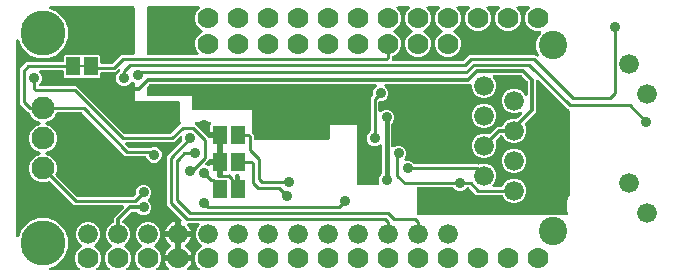
<source format=gbr>
G04 EAGLE Gerber RS-274X export*
G75*
%MOMM*%
%FSLAX34Y34*%
%LPD*%
%INBottom Copper*%
%IPPOS*%
%AMOC8*
5,1,8,0,0,1.08239X$1,22.5*%
G01*
%ADD10C,1.676400*%
%ADD11C,2.400000*%
%ADD12R,1.168400X1.600200*%
%ADD13C,1.930400*%
%ADD14C,3.810000*%
%ADD15C,1.778000*%
%ADD16R,0.635000X0.203200*%
%ADD17C,0.906400*%
%ADD18C,0.304800*%
%ADD19C,0.254000*%
%ADD20C,0.406400*%

G36*
X454020Y49532D02*
X454020Y49532D01*
X454029Y49531D01*
X454178Y49552D01*
X454326Y49571D01*
X454335Y49574D01*
X454344Y49575D01*
X454366Y49583D01*
X460027Y49583D01*
X460170Y49543D01*
X460180Y49543D01*
X460189Y49541D01*
X460349Y49531D01*
X468868Y49531D01*
X468917Y49537D01*
X468967Y49535D01*
X469074Y49557D01*
X469184Y49571D01*
X469230Y49589D01*
X469278Y49599D01*
X469377Y49647D01*
X469479Y49688D01*
X469520Y49717D01*
X469564Y49739D01*
X469648Y49810D01*
X469737Y49874D01*
X469768Y49913D01*
X469806Y49945D01*
X469869Y50035D01*
X469939Y50119D01*
X469961Y50164D01*
X469989Y50205D01*
X470028Y50308D01*
X470075Y50407D01*
X470084Y50456D01*
X470102Y50502D01*
X470114Y50612D01*
X470135Y50720D01*
X470132Y50769D01*
X470137Y50818D01*
X470122Y50927D01*
X470115Y51037D01*
X470100Y51084D01*
X470093Y51133D01*
X470041Y51286D01*
X469139Y53462D01*
X469139Y60838D01*
X471073Y65506D01*
X471075Y65514D01*
X471080Y65523D01*
X471117Y65668D01*
X471157Y65812D01*
X471157Y65822D01*
X471159Y65831D01*
X471167Y65950D01*
X471167Y65951D01*
X471169Y65991D01*
X471169Y137668D01*
X471154Y137786D01*
X471147Y137905D01*
X471134Y137943D01*
X471129Y137984D01*
X471086Y138094D01*
X471049Y138207D01*
X471027Y138242D01*
X471012Y138279D01*
X470943Y138375D01*
X470879Y138476D01*
X470849Y138504D01*
X470826Y138537D01*
X470734Y138613D01*
X470647Y138694D01*
X470612Y138714D01*
X470581Y138739D01*
X470473Y138790D01*
X470369Y138848D01*
X470329Y138858D01*
X470293Y138875D01*
X470176Y138897D01*
X470061Y138927D01*
X470001Y138931D01*
X469981Y138935D01*
X469960Y138933D01*
X469900Y138937D01*
X469802Y138937D01*
X467496Y141244D01*
X445143Y163596D01*
X445034Y163681D01*
X444927Y163770D01*
X444908Y163778D01*
X444892Y163791D01*
X444764Y163846D01*
X444639Y163905D01*
X444619Y163909D01*
X444600Y163917D01*
X444462Y163939D01*
X444326Y163965D01*
X444306Y163964D01*
X444286Y163967D01*
X444147Y163954D01*
X444009Y163945D01*
X443990Y163939D01*
X443970Y163937D01*
X443838Y163890D01*
X443707Y163847D01*
X443689Y163836D01*
X443670Y163829D01*
X443555Y163751D01*
X443438Y163677D01*
X443424Y163662D01*
X443407Y163651D01*
X443315Y163547D01*
X443220Y163445D01*
X443210Y163428D01*
X443197Y163412D01*
X443133Y163289D01*
X443066Y163167D01*
X443061Y163147D01*
X443052Y163129D01*
X443022Y162993D01*
X442987Y162859D01*
X442985Y162831D01*
X442982Y162819D01*
X442983Y162798D01*
X442977Y162698D01*
X442977Y136957D01*
X440521Y134502D01*
X433480Y127460D01*
X433462Y127437D01*
X433439Y127418D01*
X433365Y127312D01*
X433285Y127209D01*
X433273Y127182D01*
X433256Y127158D01*
X433210Y127036D01*
X433159Y126917D01*
X433154Y126888D01*
X433144Y126860D01*
X433129Y126731D01*
X433109Y126603D01*
X433112Y126573D01*
X433108Y126544D01*
X433127Y126416D01*
X433139Y126286D01*
X433149Y126258D01*
X433153Y126229D01*
X433205Y126077D01*
X434595Y122722D01*
X434595Y118578D01*
X433009Y114751D01*
X430079Y111821D01*
X426252Y110235D01*
X422108Y110235D01*
X418281Y111821D01*
X415351Y114751D01*
X414705Y116310D01*
X414690Y116335D01*
X414681Y116363D01*
X414612Y116473D01*
X414547Y116586D01*
X414527Y116607D01*
X414511Y116632D01*
X414416Y116721D01*
X414326Y116814D01*
X414301Y116830D01*
X414279Y116850D01*
X414166Y116913D01*
X414055Y116981D01*
X414027Y116989D01*
X414001Y117004D01*
X413875Y117036D01*
X413751Y117074D01*
X413722Y117076D01*
X413693Y117083D01*
X413532Y117093D01*
X413479Y117093D01*
X413444Y117089D01*
X413433Y117089D01*
X413410Y117085D01*
X413381Y117081D01*
X413282Y117078D01*
X413224Y117061D01*
X413163Y117053D01*
X413071Y117017D01*
X412976Y116989D01*
X412924Y116959D01*
X412868Y116936D01*
X412788Y116878D01*
X412702Y116828D01*
X412627Y116762D01*
X412610Y116750D01*
X412603Y116740D01*
X412581Y116722D01*
X408824Y112964D01*
X408806Y112941D01*
X408783Y112922D01*
X408709Y112816D01*
X408629Y112713D01*
X408617Y112686D01*
X408600Y112662D01*
X408554Y112540D01*
X408503Y112421D01*
X408498Y112392D01*
X408488Y112364D01*
X408473Y112235D01*
X408453Y112107D01*
X408456Y112077D01*
X408452Y112048D01*
X408471Y111920D01*
X408483Y111790D01*
X408493Y111762D01*
X408497Y111733D01*
X408549Y111581D01*
X409195Y110022D01*
X409195Y105878D01*
X407609Y102051D01*
X404679Y99121D01*
X400852Y97535D01*
X396708Y97535D01*
X392881Y99121D01*
X389951Y102051D01*
X388365Y105878D01*
X388365Y110022D01*
X389951Y113849D01*
X392881Y116779D01*
X396708Y118365D01*
X400852Y118365D01*
X402411Y117719D01*
X402439Y117711D01*
X402466Y117698D01*
X402592Y117669D01*
X402718Y117635D01*
X402747Y117634D01*
X402776Y117628D01*
X402906Y117632D01*
X403036Y117630D01*
X403064Y117637D01*
X403094Y117638D01*
X403218Y117674D01*
X403345Y117704D01*
X403371Y117718D01*
X403399Y117726D01*
X403511Y117792D01*
X403626Y117853D01*
X403648Y117873D01*
X403673Y117888D01*
X403794Y117994D01*
X410007Y124207D01*
X413532Y124207D01*
X413562Y124210D01*
X413591Y124208D01*
X413719Y124230D01*
X413848Y124247D01*
X413875Y124257D01*
X413904Y124262D01*
X414023Y124316D01*
X414144Y124364D01*
X414167Y124381D01*
X414194Y124393D01*
X414296Y124474D01*
X414401Y124550D01*
X414420Y124573D01*
X414443Y124592D01*
X414521Y124695D01*
X414604Y124795D01*
X414616Y124822D01*
X414634Y124846D01*
X414705Y124990D01*
X415351Y126549D01*
X418281Y129479D01*
X422108Y131065D01*
X426499Y131065D01*
X426597Y131077D01*
X426696Y131080D01*
X426754Y131097D01*
X426815Y131105D01*
X426907Y131141D01*
X427002Y131169D01*
X427054Y131199D01*
X427110Y131222D01*
X427190Y131280D01*
X427276Y131330D01*
X427351Y131396D01*
X427368Y131408D01*
X427375Y131418D01*
X427397Y131436D01*
X430862Y134902D01*
X430905Y134957D01*
X430955Y135006D01*
X431002Y135082D01*
X431057Y135153D01*
X431085Y135217D01*
X431121Y135277D01*
X431147Y135362D01*
X431183Y135445D01*
X431194Y135514D01*
X431215Y135581D01*
X431219Y135670D01*
X431233Y135759D01*
X431226Y135829D01*
X431230Y135898D01*
X431212Y135986D01*
X431203Y136076D01*
X431180Y136142D01*
X431165Y136210D01*
X431126Y136290D01*
X431096Y136375D01*
X431056Y136433D01*
X431026Y136495D01*
X430967Y136564D01*
X430917Y136638D01*
X430865Y136684D01*
X430819Y136737D01*
X430746Y136789D01*
X430679Y136849D01*
X430616Y136880D01*
X430559Y136920D01*
X430475Y136952D01*
X430395Y136993D01*
X430327Y137008D01*
X430262Y137033D01*
X430173Y137043D01*
X430085Y137063D01*
X430015Y137061D01*
X429946Y137068D01*
X429857Y137056D01*
X429767Y137053D01*
X429700Y137034D01*
X429631Y137024D01*
X429479Y136972D01*
X426252Y135635D01*
X422108Y135635D01*
X418281Y137221D01*
X415351Y140151D01*
X413765Y143978D01*
X413765Y148122D01*
X415351Y151949D01*
X418281Y154879D01*
X422108Y156465D01*
X426252Y156465D01*
X430079Y154879D01*
X433009Y151949D01*
X433421Y150954D01*
X433456Y150894D01*
X433482Y150829D01*
X433534Y150756D01*
X433579Y150678D01*
X433627Y150628D01*
X433668Y150571D01*
X433738Y150514D01*
X433800Y150450D01*
X433860Y150413D01*
X433913Y150369D01*
X433995Y150330D01*
X434071Y150283D01*
X434138Y150263D01*
X434201Y150233D01*
X434289Y150216D01*
X434375Y150190D01*
X434445Y150186D01*
X434514Y150173D01*
X434603Y150179D01*
X434693Y150175D01*
X434761Y150189D01*
X434831Y150193D01*
X434916Y150221D01*
X435004Y150239D01*
X435067Y150270D01*
X435133Y150291D01*
X435209Y150339D01*
X435290Y150379D01*
X435343Y150424D01*
X435402Y150461D01*
X435464Y150527D01*
X435532Y150585D01*
X435572Y150642D01*
X435620Y150693D01*
X435663Y150772D01*
X435715Y150845D01*
X435740Y150910D01*
X435774Y150971D01*
X435796Y151058D01*
X435828Y151142D01*
X435836Y151212D01*
X435853Y151279D01*
X435863Y151440D01*
X435863Y161831D01*
X435851Y161929D01*
X435848Y162028D01*
X435831Y162086D01*
X435823Y162147D01*
X435787Y162239D01*
X435759Y162334D01*
X435729Y162386D01*
X435706Y162442D01*
X435648Y162522D01*
X435598Y162608D01*
X435532Y162683D01*
X435520Y162700D01*
X435510Y162707D01*
X435492Y162729D01*
X430699Y167522D01*
X430620Y167582D01*
X430548Y167650D01*
X430495Y167679D01*
X430447Y167716D01*
X430356Y167756D01*
X430270Y167804D01*
X430211Y167819D01*
X430155Y167843D01*
X430057Y167858D01*
X429962Y167883D01*
X429862Y167889D01*
X429841Y167893D01*
X429829Y167891D01*
X429801Y167893D01*
X407430Y167893D01*
X407292Y167876D01*
X407153Y167863D01*
X407134Y167856D01*
X407114Y167853D01*
X406985Y167802D01*
X406854Y167755D01*
X406837Y167744D01*
X406818Y167736D01*
X406706Y167655D01*
X406591Y167577D01*
X406577Y167561D01*
X406561Y167550D01*
X406472Y167442D01*
X406380Y167338D01*
X406371Y167320D01*
X406358Y167305D01*
X406299Y167179D01*
X406236Y167055D01*
X406231Y167035D01*
X406223Y167017D01*
X406197Y166880D01*
X406166Y166745D01*
X406167Y166724D01*
X406163Y166705D01*
X406172Y166566D01*
X406176Y166427D01*
X406181Y166407D01*
X406183Y166387D01*
X406225Y166255D01*
X406264Y166121D01*
X406274Y166104D01*
X406281Y166085D01*
X406355Y165967D01*
X406426Y165847D01*
X406444Y165826D01*
X406451Y165816D01*
X406466Y165802D01*
X406532Y165727D01*
X407609Y164649D01*
X409195Y160822D01*
X409195Y156678D01*
X407609Y152851D01*
X404679Y149921D01*
X400852Y148335D01*
X396708Y148335D01*
X392881Y149921D01*
X389951Y152851D01*
X388365Y156678D01*
X388365Y159291D01*
X388348Y159429D01*
X388335Y159567D01*
X388328Y159586D01*
X388325Y159607D01*
X388274Y159736D01*
X388227Y159867D01*
X388216Y159884D01*
X388208Y159902D01*
X388127Y160015D01*
X388049Y160130D01*
X388033Y160143D01*
X388022Y160160D01*
X387914Y160248D01*
X387810Y160340D01*
X387792Y160350D01*
X387777Y160362D01*
X387651Y160422D01*
X387527Y160485D01*
X387507Y160489D01*
X387489Y160498D01*
X387353Y160524D01*
X387217Y160555D01*
X387196Y160554D01*
X387177Y160558D01*
X387038Y160549D01*
X386899Y160545D01*
X386879Y160539D01*
X386859Y160538D01*
X386727Y160495D01*
X386593Y160456D01*
X386576Y160446D01*
X386557Y160440D01*
X386439Y160365D01*
X386319Y160295D01*
X386298Y160276D01*
X386293Y160273D01*
X315625Y160273D01*
X315487Y160256D01*
X315349Y160243D01*
X315329Y160236D01*
X315309Y160233D01*
X315180Y160182D01*
X315049Y160135D01*
X315032Y160124D01*
X315014Y160116D01*
X314901Y160035D01*
X314786Y159957D01*
X314773Y159941D01*
X314756Y159930D01*
X314668Y159822D01*
X314576Y159718D01*
X314566Y159700D01*
X314554Y159685D01*
X314494Y159559D01*
X314431Y159435D01*
X314427Y159415D01*
X314418Y159397D01*
X314392Y159261D01*
X314361Y159125D01*
X314362Y159104D01*
X314358Y159085D01*
X314367Y158946D01*
X314371Y158807D01*
X314377Y158787D01*
X314378Y158767D01*
X314421Y158635D01*
X314459Y158501D01*
X314470Y158484D01*
X314476Y158465D01*
X314551Y158347D01*
X314621Y158227D01*
X314640Y158206D01*
X314646Y158196D01*
X314661Y158182D01*
X314727Y158107D01*
X316715Y156119D01*
X317715Y153706D01*
X317715Y151094D01*
X316715Y148681D01*
X314869Y146835D01*
X312456Y145835D01*
X310642Y145835D01*
X310524Y145820D01*
X310405Y145813D01*
X310367Y145800D01*
X310326Y145795D01*
X310216Y145752D01*
X310103Y145715D01*
X310068Y145693D01*
X310031Y145678D01*
X309935Y145609D01*
X309834Y145545D01*
X309806Y145515D01*
X309773Y145492D01*
X309697Y145400D01*
X309616Y145313D01*
X309596Y145278D01*
X309571Y145247D01*
X309520Y145139D01*
X309462Y145035D01*
X309452Y144995D01*
X309435Y144959D01*
X309413Y144842D01*
X309383Y144727D01*
X309379Y144667D01*
X309375Y144647D01*
X309377Y144626D01*
X309373Y144566D01*
X309373Y137571D01*
X309390Y137433D01*
X309403Y137295D01*
X309410Y137276D01*
X309413Y137255D01*
X309464Y137126D01*
X309511Y136995D01*
X309522Y136978D01*
X309530Y136960D01*
X309611Y136847D01*
X309689Y136732D01*
X309705Y136719D01*
X309716Y136702D01*
X309824Y136614D01*
X309928Y136522D01*
X309946Y136512D01*
X309961Y136500D01*
X310087Y136440D01*
X310211Y136377D01*
X310231Y136373D01*
X310249Y136364D01*
X310386Y136338D01*
X310521Y136307D01*
X310542Y136308D01*
X310561Y136304D01*
X310700Y136313D01*
X310839Y136317D01*
X310859Y136323D01*
X310879Y136324D01*
X311011Y136367D01*
X311145Y136405D01*
X311162Y136416D01*
X311181Y136422D01*
X311299Y136496D01*
X311419Y136567D01*
X311440Y136586D01*
X311450Y136592D01*
X311464Y136607D01*
X311539Y136673D01*
X312511Y137645D01*
X314924Y138645D01*
X317536Y138645D01*
X319949Y137645D01*
X321795Y135799D01*
X322795Y133386D01*
X322795Y130774D01*
X321795Y128361D01*
X320666Y127233D01*
X320606Y127154D01*
X320538Y127082D01*
X320509Y127029D01*
X320472Y126981D01*
X320432Y126890D01*
X320384Y126804D01*
X320369Y126745D01*
X320345Y126689D01*
X320330Y126591D01*
X320305Y126496D01*
X320299Y126396D01*
X320295Y126375D01*
X320297Y126363D01*
X320295Y126335D01*
X320295Y107853D01*
X320312Y107715D01*
X320325Y107576D01*
X320332Y107557D01*
X320335Y107537D01*
X320386Y107408D01*
X320433Y107277D01*
X320444Y107260D01*
X320452Y107242D01*
X320533Y107129D01*
X320611Y107014D01*
X320627Y107001D01*
X320638Y106984D01*
X320746Y106896D01*
X320850Y106804D01*
X320868Y106794D01*
X320883Y106782D01*
X321009Y106722D01*
X321133Y106659D01*
X321153Y106655D01*
X321171Y106646D01*
X321307Y106620D01*
X321443Y106589D01*
X321464Y106590D01*
X321483Y106586D01*
X321622Y106595D01*
X321761Y106599D01*
X321781Y106605D01*
X321801Y106606D01*
X321933Y106649D01*
X322067Y106687D01*
X322084Y106698D01*
X322103Y106704D01*
X322221Y106778D01*
X322341Y106849D01*
X322362Y106868D01*
X322372Y106874D01*
X322386Y106889D01*
X322462Y106955D01*
X322671Y107165D01*
X325084Y108165D01*
X327696Y108165D01*
X330109Y107165D01*
X331955Y105319D01*
X332955Y102906D01*
X332955Y100294D01*
X331955Y97881D01*
X331705Y97632D01*
X331620Y97522D01*
X331532Y97415D01*
X331523Y97396D01*
X331510Y97380D01*
X331455Y97253D01*
X331396Y97127D01*
X331392Y97107D01*
X331384Y97088D01*
X331362Y96951D01*
X331336Y96814D01*
X331337Y96794D01*
X331334Y96774D01*
X331347Y96635D01*
X331356Y96497D01*
X331362Y96478D01*
X331364Y96458D01*
X331411Y96326D01*
X331454Y96195D01*
X331465Y96178D01*
X331472Y96158D01*
X331550Y96043D01*
X331624Y95926D01*
X331639Y95912D01*
X331650Y95895D01*
X331754Y95803D01*
X331856Y95708D01*
X331873Y95698D01*
X331889Y95685D01*
X332013Y95621D01*
X332134Y95554D01*
X332154Y95549D01*
X332172Y95540D01*
X332308Y95510D01*
X332442Y95475D01*
X332470Y95473D01*
X332482Y95470D01*
X332503Y95471D01*
X332603Y95465D01*
X335316Y95465D01*
X337729Y94465D01*
X339619Y92574D01*
X339698Y92514D01*
X339770Y92446D01*
X339823Y92417D01*
X339871Y92380D01*
X339962Y92340D01*
X340048Y92292D01*
X340107Y92277D01*
X340163Y92253D01*
X340261Y92238D01*
X340356Y92213D01*
X340456Y92207D01*
X340477Y92203D01*
X340489Y92205D01*
X340517Y92203D01*
X393974Y92203D01*
X394055Y92168D01*
X394084Y92163D01*
X394112Y92152D01*
X394241Y92138D01*
X394369Y92118D01*
X394398Y92120D01*
X394428Y92117D01*
X394557Y92135D01*
X394686Y92147D01*
X394713Y92157D01*
X394743Y92162D01*
X394895Y92214D01*
X396708Y92965D01*
X400852Y92965D01*
X404679Y91379D01*
X407609Y88449D01*
X409195Y84622D01*
X409195Y80478D01*
X407609Y76651D01*
X406278Y75319D01*
X406193Y75210D01*
X406104Y75103D01*
X406096Y75084D01*
X406083Y75068D01*
X406028Y74941D01*
X405969Y74815D01*
X405965Y74795D01*
X405957Y74776D01*
X405935Y74638D01*
X405909Y74502D01*
X405910Y74482D01*
X405907Y74462D01*
X405920Y74323D01*
X405929Y74185D01*
X405935Y74166D01*
X405937Y74146D01*
X405984Y74014D01*
X406027Y73883D01*
X406038Y73865D01*
X406044Y73846D01*
X406122Y73731D01*
X406197Y73614D01*
X406212Y73600D01*
X406223Y73583D01*
X406327Y73491D01*
X406428Y73396D01*
X406446Y73386D01*
X406461Y73373D01*
X406586Y73309D01*
X406707Y73242D01*
X406727Y73237D01*
X406745Y73228D01*
X406880Y73198D01*
X407015Y73163D01*
X407043Y73161D01*
X407055Y73158D01*
X407075Y73159D01*
X407176Y73153D01*
X413427Y73153D01*
X413456Y73156D01*
X413486Y73154D01*
X413614Y73176D01*
X413743Y73193D01*
X413770Y73203D01*
X413799Y73208D01*
X413918Y73262D01*
X414038Y73310D01*
X414062Y73327D01*
X414089Y73339D01*
X414191Y73420D01*
X414296Y73496D01*
X414315Y73519D01*
X414338Y73538D01*
X414416Y73641D01*
X414499Y73741D01*
X414511Y73768D01*
X414529Y73792D01*
X414600Y73936D01*
X415351Y75749D01*
X418281Y78679D01*
X422108Y80265D01*
X426252Y80265D01*
X430079Y78679D01*
X433009Y75749D01*
X434595Y71922D01*
X434595Y67778D01*
X433009Y63951D01*
X430079Y61021D01*
X426252Y59435D01*
X422108Y59435D01*
X418281Y61021D01*
X415351Y63951D01*
X414600Y65764D01*
X414585Y65789D01*
X414576Y65817D01*
X414507Y65927D01*
X414442Y66040D01*
X414422Y66061D01*
X414406Y66086D01*
X414311Y66175D01*
X414221Y66268D01*
X414196Y66284D01*
X414174Y66304D01*
X414060Y66367D01*
X413950Y66435D01*
X413922Y66443D01*
X413896Y66458D01*
X413770Y66490D01*
X413646Y66528D01*
X413616Y66530D01*
X413588Y66537D01*
X413427Y66547D01*
X392332Y66547D01*
X386354Y72526D01*
X386275Y72586D01*
X386203Y72654D01*
X386150Y72683D01*
X386102Y72720D01*
X386011Y72760D01*
X385925Y72808D01*
X385866Y72823D01*
X385811Y72847D01*
X385713Y72862D01*
X385617Y72887D01*
X385517Y72893D01*
X385496Y72897D01*
X385484Y72895D01*
X385456Y72897D01*
X384967Y72897D01*
X384869Y72885D01*
X384770Y72882D01*
X384712Y72865D01*
X384651Y72857D01*
X384559Y72821D01*
X384464Y72793D01*
X384412Y72763D01*
X384356Y72740D01*
X384276Y72682D01*
X384190Y72632D01*
X384115Y72566D01*
X384098Y72554D01*
X384091Y72544D01*
X384069Y72526D01*
X382179Y70635D01*
X379766Y69635D01*
X377154Y69635D01*
X374741Y70635D01*
X372851Y72526D01*
X372772Y72586D01*
X372700Y72654D01*
X372647Y72683D01*
X372599Y72720D01*
X372508Y72760D01*
X372422Y72808D01*
X372363Y72823D01*
X372307Y72847D01*
X372209Y72862D01*
X372114Y72887D01*
X372014Y72893D01*
X371993Y72897D01*
X371981Y72895D01*
X371953Y72897D01*
X342900Y72897D01*
X342782Y72882D01*
X342663Y72875D01*
X342625Y72862D01*
X342584Y72857D01*
X342474Y72814D01*
X342361Y72777D01*
X342326Y72755D01*
X342289Y72740D01*
X342193Y72671D01*
X342092Y72607D01*
X342064Y72577D01*
X342031Y72554D01*
X341956Y72462D01*
X341874Y72375D01*
X341854Y72340D01*
X341829Y72309D01*
X341778Y72201D01*
X341720Y72097D01*
X341710Y72057D01*
X341693Y72021D01*
X341671Y71904D01*
X341641Y71789D01*
X341637Y71729D01*
X341633Y71709D01*
X341635Y71688D01*
X341631Y71628D01*
X341631Y50800D01*
X341646Y50682D01*
X341653Y50563D01*
X341666Y50525D01*
X341671Y50484D01*
X341714Y50374D01*
X341751Y50261D01*
X341773Y50226D01*
X341788Y50189D01*
X341858Y50093D01*
X341921Y49992D01*
X341951Y49964D01*
X341974Y49931D01*
X342066Y49856D01*
X342153Y49774D01*
X342188Y49754D01*
X342219Y49729D01*
X342327Y49678D01*
X342431Y49620D01*
X342471Y49610D01*
X342507Y49593D01*
X342624Y49571D01*
X342739Y49541D01*
X342800Y49537D01*
X342820Y49533D01*
X342840Y49535D01*
X342900Y49531D01*
X454011Y49531D01*
X454020Y49532D01*
G37*
G36*
X106085Y2558D02*
X106085Y2558D01*
X106224Y2571D01*
X106243Y2578D01*
X106264Y2581D01*
X106392Y2632D01*
X106524Y2679D01*
X106540Y2690D01*
X106559Y2698D01*
X106672Y2779D01*
X106787Y2857D01*
X106800Y2873D01*
X106817Y2884D01*
X106905Y2992D01*
X106997Y3096D01*
X107006Y3114D01*
X107019Y3129D01*
X107079Y3255D01*
X107142Y3379D01*
X107146Y3399D01*
X107155Y3417D01*
X107181Y3554D01*
X107211Y3689D01*
X107211Y3710D01*
X107215Y3729D01*
X107206Y3868D01*
X107202Y4007D01*
X107196Y4027D01*
X107195Y4047D01*
X107152Y4179D01*
X107113Y4313D01*
X107103Y4330D01*
X107097Y4349D01*
X107022Y4467D01*
X106952Y4587D01*
X106933Y4608D01*
X106927Y4618D01*
X106912Y4632D01*
X106845Y4707D01*
X105040Y6513D01*
X103377Y10527D01*
X103377Y14873D01*
X105040Y18887D01*
X108113Y21960D01*
X108139Y21971D01*
X108182Y21995D01*
X108229Y22012D01*
X108320Y22074D01*
X108415Y22128D01*
X108451Y22163D01*
X108492Y22191D01*
X108565Y22273D01*
X108643Y22349D01*
X108669Y22392D01*
X108702Y22429D01*
X108752Y22527D01*
X108810Y22621D01*
X108824Y22668D01*
X108847Y22712D01*
X108871Y22819D01*
X108903Y22924D01*
X108906Y22974D01*
X108917Y23023D01*
X108913Y23132D01*
X108919Y23242D01*
X108908Y23291D01*
X108907Y23340D01*
X108876Y23446D01*
X108854Y23554D01*
X108832Y23598D01*
X108819Y23646D01*
X108763Y23741D01*
X108714Y23839D01*
X108682Y23877D01*
X108657Y23920D01*
X108551Y24041D01*
X105471Y27121D01*
X103885Y30948D01*
X103885Y35092D01*
X105471Y38919D01*
X108401Y41849D01*
X112228Y43435D01*
X116372Y43435D01*
X120199Y41849D01*
X123129Y38919D01*
X124715Y35092D01*
X124715Y30948D01*
X123129Y27121D01*
X120049Y24041D01*
X120019Y24001D01*
X119982Y23968D01*
X119922Y23876D01*
X119854Y23789D01*
X119835Y23744D01*
X119807Y23702D01*
X119772Y23599D01*
X119728Y23498D01*
X119720Y23448D01*
X119704Y23402D01*
X119696Y23292D01*
X119678Y23184D01*
X119683Y23134D01*
X119679Y23085D01*
X119698Y22977D01*
X119708Y22867D01*
X119725Y22820D01*
X119733Y22771D01*
X119779Y22671D01*
X119816Y22568D01*
X119844Y22527D01*
X119864Y22481D01*
X119933Y22395D01*
X119994Y22305D01*
X120031Y22272D01*
X120063Y22233D01*
X120150Y22167D01*
X120233Y22094D01*
X120277Y22071D01*
X120317Y22042D01*
X120461Y21971D01*
X120487Y21960D01*
X123560Y18887D01*
X125223Y14873D01*
X125223Y10527D01*
X123560Y6513D01*
X121755Y4707D01*
X121669Y4598D01*
X121581Y4491D01*
X121572Y4472D01*
X121560Y4456D01*
X121504Y4328D01*
X121445Y4203D01*
X121441Y4183D01*
X121433Y4164D01*
X121411Y4026D01*
X121385Y3890D01*
X121387Y3870D01*
X121383Y3850D01*
X121396Y3711D01*
X121405Y3573D01*
X121411Y3554D01*
X121413Y3534D01*
X121460Y3402D01*
X121503Y3271D01*
X121514Y3253D01*
X121521Y3234D01*
X121599Y3119D01*
X121673Y3002D01*
X121688Y2988D01*
X121699Y2971D01*
X121804Y2879D01*
X121905Y2784D01*
X121923Y2774D01*
X121938Y2761D01*
X122062Y2697D01*
X122183Y2630D01*
X122203Y2625D01*
X122221Y2616D01*
X122357Y2586D01*
X122491Y2551D01*
X122519Y2549D01*
X122531Y2546D01*
X122552Y2547D01*
X122652Y2541D01*
X130630Y2541D01*
X130768Y2558D01*
X130906Y2571D01*
X130925Y2578D01*
X130945Y2581D01*
X131075Y2632D01*
X131205Y2679D01*
X131222Y2690D01*
X131241Y2698D01*
X131353Y2779D01*
X131468Y2857D01*
X131482Y2873D01*
X131498Y2884D01*
X131587Y2992D01*
X131679Y3096D01*
X131688Y3114D01*
X131701Y3129D01*
X131760Y3255D01*
X131823Y3379D01*
X131828Y3399D01*
X131836Y3417D01*
X131862Y3553D01*
X131893Y3689D01*
X131892Y3710D01*
X131896Y3729D01*
X131888Y3868D01*
X131883Y4007D01*
X131878Y4027D01*
X131876Y4047D01*
X131834Y4179D01*
X131795Y4313D01*
X131785Y4330D01*
X131778Y4349D01*
X131704Y4467D01*
X131633Y4587D01*
X131615Y4608D01*
X131608Y4618D01*
X131593Y4632D01*
X131527Y4708D01*
X130981Y5253D01*
X129923Y6709D01*
X129107Y8312D01*
X128551Y10023D01*
X128523Y10201D01*
X138470Y10201D01*
X138588Y10216D01*
X138707Y10223D01*
X138745Y10235D01*
X138785Y10241D01*
X138896Y10284D01*
X139009Y10321D01*
X139043Y10343D01*
X139081Y10358D01*
X139177Y10427D01*
X139278Y10491D01*
X139306Y10521D01*
X139338Y10544D01*
X139414Y10636D01*
X139496Y10723D01*
X139515Y10758D01*
X139541Y10789D01*
X139592Y10897D01*
X139649Y11001D01*
X139659Y11041D01*
X139677Y11077D01*
X139697Y11184D01*
X139701Y11154D01*
X139745Y11044D01*
X139781Y10931D01*
X139803Y10896D01*
X139818Y10859D01*
X139888Y10762D01*
X139951Y10662D01*
X139981Y10634D01*
X140005Y10601D01*
X140096Y10525D01*
X140183Y10444D01*
X140218Y10424D01*
X140250Y10399D01*
X140357Y10348D01*
X140462Y10290D01*
X140501Y10280D01*
X140537Y10263D01*
X140654Y10241D01*
X140770Y10211D01*
X140830Y10207D01*
X140850Y10203D01*
X140870Y10205D01*
X140930Y10201D01*
X150877Y10201D01*
X150849Y10023D01*
X150293Y8312D01*
X149477Y6709D01*
X148419Y5253D01*
X147873Y4708D01*
X147788Y4598D01*
X147699Y4491D01*
X147690Y4472D01*
X147678Y4456D01*
X147623Y4328D01*
X147564Y4203D01*
X147560Y4183D01*
X147552Y4164D01*
X147530Y4026D01*
X147504Y3890D01*
X147505Y3870D01*
X147502Y3850D01*
X147515Y3711D01*
X147524Y3573D01*
X147530Y3554D01*
X147532Y3534D01*
X147579Y3403D01*
X147622Y3271D01*
X147632Y3253D01*
X147639Y3234D01*
X147717Y3120D01*
X147792Y3002D01*
X147806Y2988D01*
X147818Y2971D01*
X147922Y2879D01*
X148023Y2784D01*
X148041Y2774D01*
X148056Y2761D01*
X148180Y2698D01*
X148302Y2630D01*
X148321Y2625D01*
X148339Y2616D01*
X148475Y2586D01*
X148610Y2551D01*
X148638Y2549D01*
X148650Y2546D01*
X148670Y2547D01*
X148770Y2541D01*
X156748Y2541D01*
X156885Y2558D01*
X157024Y2571D01*
X157043Y2578D01*
X157064Y2581D01*
X157192Y2632D01*
X157324Y2679D01*
X157340Y2690D01*
X157359Y2698D01*
X157472Y2779D01*
X157587Y2857D01*
X157600Y2873D01*
X157617Y2884D01*
X157705Y2992D01*
X157797Y3096D01*
X157806Y3114D01*
X157819Y3129D01*
X157879Y3255D01*
X157942Y3379D01*
X157946Y3399D01*
X157955Y3417D01*
X157981Y3554D01*
X158011Y3689D01*
X158011Y3710D01*
X158015Y3729D01*
X158006Y3868D01*
X158002Y4007D01*
X157996Y4027D01*
X157995Y4047D01*
X157952Y4179D01*
X157913Y4313D01*
X157903Y4330D01*
X157897Y4349D01*
X157822Y4467D01*
X157752Y4587D01*
X157733Y4608D01*
X157727Y4618D01*
X157712Y4632D01*
X157645Y4707D01*
X155840Y6513D01*
X154177Y10527D01*
X154177Y14873D01*
X155840Y18887D01*
X158913Y21960D01*
X158939Y21971D01*
X158982Y21995D01*
X159029Y22012D01*
X159120Y22074D01*
X159215Y22128D01*
X159251Y22163D01*
X159292Y22191D01*
X159365Y22273D01*
X159443Y22349D01*
X159469Y22392D01*
X159502Y22429D01*
X159552Y22527D01*
X159610Y22621D01*
X159624Y22668D01*
X159647Y22712D01*
X159671Y22819D01*
X159703Y22924D01*
X159706Y22974D01*
X159717Y23023D01*
X159713Y23132D01*
X159719Y23242D01*
X159708Y23291D01*
X159707Y23340D01*
X159676Y23446D01*
X159654Y23554D01*
X159632Y23598D01*
X159619Y23646D01*
X159563Y23741D01*
X159514Y23839D01*
X159482Y23877D01*
X159457Y23920D01*
X159351Y24041D01*
X156271Y27121D01*
X154685Y30948D01*
X154685Y35092D01*
X156271Y38919D01*
X157602Y40251D01*
X157687Y40360D01*
X157776Y40467D01*
X157784Y40486D01*
X157797Y40502D01*
X157852Y40629D01*
X157911Y40755D01*
X157915Y40775D01*
X157923Y40794D01*
X157945Y40932D01*
X157971Y41068D01*
X157970Y41088D01*
X157973Y41108D01*
X157960Y41247D01*
X157951Y41385D01*
X157945Y41404D01*
X157943Y41424D01*
X157896Y41556D01*
X157853Y41687D01*
X157842Y41705D01*
X157836Y41724D01*
X157758Y41839D01*
X157683Y41956D01*
X157668Y41970D01*
X157657Y41987D01*
X157553Y42079D01*
X157452Y42174D01*
X157434Y42184D01*
X157419Y42197D01*
X157294Y42261D01*
X157173Y42328D01*
X157153Y42333D01*
X157135Y42342D01*
X157000Y42372D01*
X156865Y42407D01*
X156837Y42409D01*
X156825Y42412D01*
X156805Y42411D01*
X156704Y42417D01*
X148814Y42417D01*
X148676Y42400D01*
X148538Y42387D01*
X148519Y42380D01*
X148498Y42377D01*
X148369Y42326D01*
X148238Y42279D01*
X148222Y42268D01*
X148203Y42260D01*
X148090Y42179D01*
X147975Y42101D01*
X147962Y42085D01*
X147945Y42074D01*
X147857Y41966D01*
X147765Y41862D01*
X147756Y41844D01*
X147743Y41829D01*
X147683Y41703D01*
X147620Y41579D01*
X147616Y41559D01*
X147607Y41541D01*
X147581Y41404D01*
X147551Y41269D01*
X147551Y41248D01*
X147547Y41229D01*
X147556Y41090D01*
X147560Y40951D01*
X147566Y40931D01*
X147567Y40911D01*
X147610Y40779D01*
X147649Y40645D01*
X147659Y40628D01*
X147665Y40609D01*
X147740Y40491D01*
X147810Y40371D01*
X147829Y40350D01*
X147835Y40340D01*
X147850Y40326D01*
X147917Y40250D01*
X148031Y40136D01*
X149042Y38745D01*
X149823Y37213D01*
X150354Y35578D01*
X150363Y35519D01*
X142199Y35519D01*
X142199Y44025D01*
X142208Y44030D01*
X142267Y44082D01*
X142333Y44127D01*
X142386Y44187D01*
X142446Y44240D01*
X142491Y44306D01*
X142544Y44366D01*
X142580Y44437D01*
X142625Y44503D01*
X142652Y44578D01*
X142688Y44649D01*
X142706Y44727D01*
X142733Y44802D01*
X142741Y44881D01*
X142758Y44959D01*
X142756Y45039D01*
X142763Y45119D01*
X142751Y45197D01*
X142748Y45277D01*
X142726Y45354D01*
X142714Y45433D01*
X142682Y45506D01*
X142660Y45582D01*
X142619Y45651D01*
X142588Y45725D01*
X142539Y45788D01*
X142498Y45856D01*
X142394Y45975D01*
X142393Y45976D01*
X142393Y45977D01*
X142392Y45977D01*
X138704Y49666D01*
X130047Y58322D01*
X130047Y99158D01*
X142924Y112034D01*
X142984Y112113D01*
X143052Y112185D01*
X143081Y112238D01*
X143118Y112286D01*
X143158Y112377D01*
X143206Y112463D01*
X143221Y112522D01*
X143245Y112577D01*
X143260Y112675D01*
X143285Y112771D01*
X143291Y112871D01*
X143295Y112892D01*
X143293Y112904D01*
X143295Y112932D01*
X143295Y115240D01*
X143278Y115378D01*
X143265Y115517D01*
X143258Y115536D01*
X143255Y115556D01*
X143204Y115685D01*
X143157Y115816D01*
X143146Y115833D01*
X143138Y115851D01*
X143057Y115964D01*
X142979Y116079D01*
X142963Y116092D01*
X142952Y116109D01*
X142844Y116198D01*
X142740Y116290D01*
X142722Y116299D01*
X142707Y116312D01*
X142581Y116371D01*
X142457Y116434D01*
X142437Y116439D01*
X142419Y116447D01*
X142283Y116473D01*
X142147Y116504D01*
X142126Y116503D01*
X142107Y116507D01*
X141968Y116498D01*
X141829Y116494D01*
X141809Y116488D01*
X141789Y116487D01*
X141657Y116444D01*
X141523Y116406D01*
X141506Y116395D01*
X141487Y116389D01*
X141369Y116315D01*
X141249Y116244D01*
X141228Y116226D01*
X141218Y116219D01*
X141204Y116204D01*
X141129Y116138D01*
X138294Y113304D01*
X135988Y110997D01*
X96128Y110997D01*
X95990Y110980D01*
X95851Y110967D01*
X95832Y110960D01*
X95812Y110957D01*
X95683Y110906D01*
X95552Y110859D01*
X95535Y110848D01*
X95517Y110840D01*
X95404Y110759D01*
X95289Y110681D01*
X95276Y110665D01*
X95259Y110654D01*
X95170Y110546D01*
X95078Y110442D01*
X95069Y110424D01*
X95056Y110409D01*
X94997Y110283D01*
X94934Y110159D01*
X94929Y110139D01*
X94921Y110121D01*
X94895Y109985D01*
X94864Y109849D01*
X94865Y109828D01*
X94861Y109809D01*
X94870Y109670D01*
X94874Y109531D01*
X94880Y109511D01*
X94881Y109491D01*
X94924Y109359D01*
X94962Y109225D01*
X94973Y109208D01*
X94979Y109189D01*
X95053Y109071D01*
X95124Y108951D01*
X95142Y108930D01*
X95149Y108920D01*
X95164Y108906D01*
X95230Y108831D01*
X97516Y106544D01*
X97595Y106484D01*
X97667Y106416D01*
X97720Y106387D01*
X97768Y106350D01*
X97859Y106310D01*
X97945Y106262D01*
X98004Y106247D01*
X98059Y106223D01*
X98157Y106208D01*
X98253Y106183D01*
X98353Y106177D01*
X98374Y106173D01*
X98386Y106175D01*
X98414Y106173D01*
X116079Y106173D01*
X116088Y106174D01*
X116097Y106173D01*
X116246Y106194D01*
X116394Y106213D01*
X116403Y106216D01*
X116412Y106217D01*
X116564Y106269D01*
X118074Y106895D01*
X120686Y106895D01*
X123099Y105895D01*
X124945Y104049D01*
X125945Y101636D01*
X125945Y99024D01*
X124945Y96611D01*
X123099Y94765D01*
X120686Y93765D01*
X118074Y93765D01*
X115661Y94765D01*
X113815Y96611D01*
X112915Y98784D01*
X112900Y98809D01*
X112891Y98837D01*
X112822Y98947D01*
X112757Y99060D01*
X112737Y99081D01*
X112721Y99106D01*
X112627Y99195D01*
X112536Y99288D01*
X112511Y99304D01*
X112489Y99324D01*
X112376Y99387D01*
X112265Y99455D01*
X112237Y99463D01*
X112211Y99478D01*
X112085Y99510D01*
X111961Y99548D01*
X111932Y99550D01*
X111903Y99557D01*
X111742Y99567D01*
X95152Y99567D01*
X58694Y136026D01*
X58615Y136086D01*
X58543Y136154D01*
X58490Y136183D01*
X58442Y136220D01*
X58351Y136260D01*
X58265Y136308D01*
X58206Y136323D01*
X58151Y136347D01*
X58053Y136362D01*
X57957Y136387D01*
X57857Y136393D01*
X57836Y136397D01*
X57824Y136395D01*
X57796Y136397D01*
X37528Y136397D01*
X37498Y136394D01*
X37469Y136396D01*
X37341Y136374D01*
X37212Y136357D01*
X37185Y136347D01*
X37155Y136342D01*
X37037Y136288D01*
X36916Y136240D01*
X36892Y136223D01*
X36865Y136211D01*
X36764Y136130D01*
X36659Y136054D01*
X36640Y136031D01*
X36617Y136012D01*
X36539Y135909D01*
X36456Y135809D01*
X36444Y135782D01*
X36426Y135758D01*
X36355Y135614D01*
X35306Y133081D01*
X32019Y129794D01*
X28104Y128173D01*
X27984Y128104D01*
X27860Y128039D01*
X27846Y128025D01*
X27828Y128015D01*
X27728Y127918D01*
X27625Y127825D01*
X27614Y127808D01*
X27599Y127794D01*
X27527Y127676D01*
X27450Y127559D01*
X27444Y127540D01*
X27433Y127523D01*
X27392Y127390D01*
X27347Y127258D01*
X27346Y127238D01*
X27340Y127219D01*
X27333Y127080D01*
X27322Y126941D01*
X27325Y126921D01*
X27324Y126901D01*
X27353Y126765D01*
X27376Y126628D01*
X27385Y126610D01*
X27389Y126590D01*
X27450Y126464D01*
X27507Y126338D01*
X27520Y126322D01*
X27528Y126304D01*
X27619Y126198D01*
X27706Y126090D01*
X27722Y126077D01*
X27735Y126062D01*
X27849Y125982D01*
X27960Y125898D01*
X27985Y125886D01*
X27995Y125879D01*
X28014Y125872D01*
X28104Y125827D01*
X32019Y124206D01*
X35306Y120919D01*
X37085Y116624D01*
X37085Y111976D01*
X35306Y107681D01*
X32019Y104394D01*
X28104Y102773D01*
X27984Y102704D01*
X27860Y102639D01*
X27846Y102625D01*
X27828Y102615D01*
X27728Y102518D01*
X27625Y102425D01*
X27614Y102408D01*
X27599Y102394D01*
X27527Y102276D01*
X27450Y102159D01*
X27444Y102140D01*
X27433Y102123D01*
X27392Y101990D01*
X27347Y101858D01*
X27346Y101838D01*
X27340Y101819D01*
X27333Y101680D01*
X27322Y101541D01*
X27325Y101521D01*
X27324Y101501D01*
X27353Y101365D01*
X27376Y101228D01*
X27385Y101210D01*
X27389Y101190D01*
X27450Y101064D01*
X27507Y100938D01*
X27520Y100922D01*
X27528Y100904D01*
X27619Y100798D01*
X27706Y100690D01*
X27722Y100677D01*
X27735Y100662D01*
X27849Y100582D01*
X27960Y100498D01*
X27985Y100486D01*
X27995Y100479D01*
X28014Y100472D01*
X28104Y100427D01*
X32019Y98806D01*
X35306Y95519D01*
X37085Y91224D01*
X37085Y86576D01*
X36036Y84043D01*
X36028Y84015D01*
X36014Y83988D01*
X35986Y83862D01*
X35952Y83736D01*
X35951Y83707D01*
X35945Y83678D01*
X35949Y83548D01*
X35947Y83418D01*
X35954Y83390D01*
X35954Y83360D01*
X35991Y83236D01*
X36021Y83109D01*
X36035Y83083D01*
X36043Y83055D01*
X36109Y82943D01*
X36170Y82828D01*
X36189Y82806D01*
X36204Y82781D01*
X36311Y82660D01*
X54336Y64634D01*
X54415Y64574D01*
X54487Y64506D01*
X54540Y64477D01*
X54588Y64440D01*
X54679Y64400D01*
X54765Y64352D01*
X54824Y64337D01*
X54879Y64313D01*
X54977Y64298D01*
X55073Y64273D01*
X55173Y64267D01*
X55194Y64263D01*
X55206Y64265D01*
X55234Y64263D01*
X100976Y64263D01*
X101074Y64275D01*
X101173Y64278D01*
X101232Y64295D01*
X101292Y64303D01*
X101384Y64339D01*
X101479Y64367D01*
X101531Y64397D01*
X101587Y64420D01*
X101667Y64478D01*
X101753Y64528D01*
X101828Y64594D01*
X101845Y64606D01*
X101853Y64616D01*
X101874Y64634D01*
X103554Y66314D01*
X103614Y66393D01*
X103682Y66465D01*
X103711Y66518D01*
X103748Y66566D01*
X103788Y66657D01*
X103836Y66743D01*
X103851Y66802D01*
X103875Y66857D01*
X103890Y66955D01*
X103915Y67051D01*
X103921Y67151D01*
X103925Y67172D01*
X103923Y67184D01*
X103925Y67212D01*
X103925Y69886D01*
X104925Y72299D01*
X106771Y74145D01*
X109184Y75145D01*
X111796Y75145D01*
X114209Y74145D01*
X116055Y72299D01*
X117055Y69886D01*
X117055Y67274D01*
X116055Y64861D01*
X114321Y63128D01*
X114248Y63033D01*
X114170Y62944D01*
X114151Y62908D01*
X114126Y62876D01*
X114079Y62767D01*
X114025Y62661D01*
X114016Y62622D01*
X114000Y62584D01*
X113981Y62467D01*
X113955Y62351D01*
X113957Y62310D01*
X113950Y62270D01*
X113961Y62152D01*
X113965Y62033D01*
X113976Y61994D01*
X113980Y61954D01*
X114020Y61841D01*
X114053Y61727D01*
X114074Y61693D01*
X114088Y61654D01*
X114155Y61556D01*
X114215Y61453D01*
X114255Y61408D01*
X114266Y61391D01*
X114282Y61378D01*
X114321Y61333D01*
X116055Y59599D01*
X117055Y57186D01*
X117055Y54574D01*
X116055Y52161D01*
X114209Y50315D01*
X111796Y49315D01*
X109184Y49315D01*
X106771Y50315D01*
X105135Y51952D01*
X105056Y52012D01*
X104984Y52080D01*
X104931Y52109D01*
X104883Y52146D01*
X104792Y52186D01*
X104706Y52234D01*
X104647Y52249D01*
X104591Y52273D01*
X104493Y52288D01*
X104398Y52313D01*
X104298Y52319D01*
X104277Y52323D01*
X104265Y52321D01*
X104237Y52323D01*
X101059Y52323D01*
X100961Y52311D01*
X100862Y52308D01*
X100804Y52291D01*
X100743Y52283D01*
X100651Y52247D01*
X100556Y52219D01*
X100504Y52189D01*
X100448Y52166D01*
X100368Y52108D01*
X100282Y52058D01*
X100207Y51992D01*
X100190Y51980D01*
X100183Y51970D01*
X100161Y51952D01*
X92828Y44619D01*
X92768Y44540D01*
X92700Y44468D01*
X92671Y44415D01*
X92634Y44367D01*
X92594Y44276D01*
X92546Y44190D01*
X92531Y44131D01*
X92507Y44075D01*
X92492Y43977D01*
X92467Y43882D01*
X92461Y43781D01*
X92457Y43761D01*
X92459Y43749D01*
X92457Y43721D01*
X92457Y43668D01*
X92460Y43638D01*
X92458Y43609D01*
X92480Y43481D01*
X92497Y43352D01*
X92507Y43325D01*
X92512Y43296D01*
X92566Y43177D01*
X92614Y43056D01*
X92631Y43033D01*
X92643Y43006D01*
X92724Y42904D01*
X92800Y42799D01*
X92823Y42780D01*
X92842Y42757D01*
X92945Y42679D01*
X93045Y42596D01*
X93072Y42584D01*
X93096Y42566D01*
X93240Y42495D01*
X94799Y41849D01*
X97729Y38919D01*
X99315Y35092D01*
X99315Y30948D01*
X97729Y27121D01*
X94649Y24041D01*
X94619Y24001D01*
X94582Y23968D01*
X94522Y23876D01*
X94454Y23789D01*
X94435Y23744D01*
X94407Y23702D01*
X94372Y23599D01*
X94328Y23498D01*
X94320Y23448D01*
X94304Y23402D01*
X94296Y23292D01*
X94278Y23184D01*
X94283Y23134D01*
X94279Y23085D01*
X94298Y22977D01*
X94308Y22867D01*
X94325Y22820D01*
X94333Y22771D01*
X94379Y22671D01*
X94416Y22568D01*
X94444Y22527D01*
X94464Y22481D01*
X94533Y22395D01*
X94594Y22305D01*
X94631Y22272D01*
X94663Y22233D01*
X94750Y22167D01*
X94833Y22094D01*
X94877Y22071D01*
X94917Y22042D01*
X95061Y21971D01*
X95087Y21960D01*
X98160Y18887D01*
X99823Y14873D01*
X99823Y10527D01*
X98160Y6513D01*
X96355Y4707D01*
X96269Y4598D01*
X96181Y4491D01*
X96172Y4472D01*
X96160Y4456D01*
X96104Y4328D01*
X96045Y4203D01*
X96041Y4183D01*
X96033Y4164D01*
X96011Y4026D01*
X95985Y3890D01*
X95987Y3870D01*
X95983Y3850D01*
X95996Y3711D01*
X96005Y3573D01*
X96011Y3554D01*
X96013Y3534D01*
X96060Y3402D01*
X96103Y3271D01*
X96114Y3253D01*
X96121Y3234D01*
X96199Y3119D01*
X96273Y3002D01*
X96288Y2988D01*
X96299Y2971D01*
X96404Y2879D01*
X96505Y2784D01*
X96523Y2774D01*
X96538Y2761D01*
X96662Y2697D01*
X96783Y2630D01*
X96803Y2625D01*
X96821Y2616D01*
X96957Y2586D01*
X97091Y2551D01*
X97119Y2549D01*
X97131Y2546D01*
X97152Y2547D01*
X97252Y2541D01*
X105948Y2541D01*
X106085Y2558D01*
G37*
G36*
X55285Y2558D02*
X55285Y2558D01*
X55424Y2571D01*
X55443Y2578D01*
X55464Y2581D01*
X55592Y2632D01*
X55724Y2679D01*
X55740Y2690D01*
X55759Y2698D01*
X55872Y2779D01*
X55987Y2857D01*
X56000Y2873D01*
X56017Y2884D01*
X56105Y2992D01*
X56197Y3096D01*
X56206Y3114D01*
X56219Y3129D01*
X56279Y3255D01*
X56342Y3379D01*
X56346Y3399D01*
X56355Y3417D01*
X56381Y3554D01*
X56411Y3689D01*
X56411Y3710D01*
X56415Y3729D01*
X56406Y3868D01*
X56402Y4007D01*
X56396Y4027D01*
X56395Y4047D01*
X56352Y4179D01*
X56313Y4313D01*
X56303Y4330D01*
X56297Y4349D01*
X56222Y4467D01*
X56152Y4587D01*
X56133Y4608D01*
X56127Y4618D01*
X56112Y4632D01*
X56045Y4707D01*
X54240Y6513D01*
X52577Y10527D01*
X52577Y14873D01*
X54240Y18887D01*
X57313Y21960D01*
X57339Y21971D01*
X57382Y21995D01*
X57429Y22012D01*
X57520Y22074D01*
X57615Y22128D01*
X57651Y22163D01*
X57692Y22191D01*
X57765Y22273D01*
X57843Y22349D01*
X57869Y22392D01*
X57902Y22429D01*
X57952Y22527D01*
X58010Y22621D01*
X58024Y22668D01*
X58047Y22712D01*
X58071Y22819D01*
X58103Y22924D01*
X58106Y22974D01*
X58117Y23023D01*
X58113Y23132D01*
X58119Y23242D01*
X58108Y23291D01*
X58107Y23340D01*
X58076Y23446D01*
X58054Y23554D01*
X58032Y23598D01*
X58019Y23646D01*
X57963Y23741D01*
X57914Y23839D01*
X57882Y23877D01*
X57857Y23920D01*
X57751Y24041D01*
X54671Y27121D01*
X53085Y30948D01*
X53085Y35092D01*
X54671Y38919D01*
X57601Y41849D01*
X61428Y43435D01*
X65572Y43435D01*
X69399Y41849D01*
X72329Y38919D01*
X73915Y35092D01*
X73915Y30948D01*
X72329Y27121D01*
X69249Y24041D01*
X69219Y24001D01*
X69182Y23968D01*
X69122Y23876D01*
X69054Y23789D01*
X69035Y23744D01*
X69007Y23702D01*
X68972Y23599D01*
X68928Y23498D01*
X68920Y23448D01*
X68904Y23402D01*
X68896Y23292D01*
X68878Y23184D01*
X68883Y23134D01*
X68879Y23085D01*
X68898Y22977D01*
X68908Y22867D01*
X68925Y22820D01*
X68933Y22771D01*
X68979Y22671D01*
X69016Y22568D01*
X69044Y22527D01*
X69064Y22481D01*
X69133Y22395D01*
X69194Y22305D01*
X69231Y22272D01*
X69263Y22233D01*
X69350Y22167D01*
X69433Y22094D01*
X69477Y22071D01*
X69517Y22042D01*
X69661Y21971D01*
X69687Y21960D01*
X72760Y18887D01*
X74423Y14873D01*
X74423Y10527D01*
X72760Y6513D01*
X70955Y4707D01*
X70869Y4598D01*
X70781Y4491D01*
X70772Y4472D01*
X70760Y4456D01*
X70704Y4328D01*
X70645Y4203D01*
X70641Y4183D01*
X70633Y4164D01*
X70611Y4026D01*
X70585Y3890D01*
X70587Y3870D01*
X70583Y3850D01*
X70596Y3711D01*
X70605Y3573D01*
X70611Y3554D01*
X70613Y3534D01*
X70660Y3402D01*
X70703Y3271D01*
X70714Y3253D01*
X70721Y3234D01*
X70799Y3119D01*
X70873Y3002D01*
X70888Y2988D01*
X70899Y2971D01*
X71004Y2879D01*
X71105Y2784D01*
X71123Y2774D01*
X71138Y2761D01*
X71262Y2697D01*
X71383Y2630D01*
X71403Y2625D01*
X71421Y2616D01*
X71557Y2586D01*
X71691Y2551D01*
X71719Y2549D01*
X71731Y2546D01*
X71752Y2547D01*
X71852Y2541D01*
X80548Y2541D01*
X80685Y2558D01*
X80824Y2571D01*
X80843Y2578D01*
X80864Y2581D01*
X80992Y2632D01*
X81124Y2679D01*
X81140Y2690D01*
X81159Y2698D01*
X81272Y2779D01*
X81387Y2857D01*
X81400Y2873D01*
X81417Y2884D01*
X81505Y2992D01*
X81597Y3096D01*
X81606Y3114D01*
X81619Y3129D01*
X81679Y3255D01*
X81742Y3379D01*
X81746Y3399D01*
X81755Y3417D01*
X81781Y3554D01*
X81811Y3689D01*
X81811Y3710D01*
X81815Y3729D01*
X81806Y3868D01*
X81802Y4007D01*
X81796Y4027D01*
X81795Y4047D01*
X81752Y4179D01*
X81713Y4313D01*
X81703Y4330D01*
X81697Y4349D01*
X81622Y4467D01*
X81552Y4587D01*
X81533Y4608D01*
X81527Y4618D01*
X81512Y4632D01*
X81445Y4707D01*
X79640Y6513D01*
X77977Y10527D01*
X77977Y14873D01*
X79640Y18887D01*
X82713Y21960D01*
X82739Y21971D01*
X82782Y21995D01*
X82829Y22012D01*
X82920Y22074D01*
X83015Y22128D01*
X83051Y22163D01*
X83092Y22191D01*
X83165Y22273D01*
X83243Y22349D01*
X83269Y22392D01*
X83302Y22429D01*
X83352Y22527D01*
X83410Y22621D01*
X83424Y22668D01*
X83447Y22712D01*
X83471Y22819D01*
X83503Y22924D01*
X83506Y22974D01*
X83517Y23023D01*
X83513Y23132D01*
X83519Y23242D01*
X83508Y23291D01*
X83507Y23340D01*
X83476Y23446D01*
X83454Y23554D01*
X83432Y23598D01*
X83419Y23646D01*
X83363Y23741D01*
X83314Y23839D01*
X83282Y23877D01*
X83257Y23920D01*
X83151Y24041D01*
X80071Y27121D01*
X78485Y30948D01*
X78485Y35092D01*
X80071Y38919D01*
X83001Y41849D01*
X84560Y42495D01*
X84585Y42510D01*
X84613Y42519D01*
X84723Y42588D01*
X84836Y42653D01*
X84857Y42673D01*
X84882Y42689D01*
X84971Y42783D01*
X85064Y42874D01*
X85080Y42899D01*
X85100Y42921D01*
X85163Y43034D01*
X85231Y43145D01*
X85239Y43173D01*
X85254Y43199D01*
X85286Y43325D01*
X85324Y43449D01*
X85326Y43478D01*
X85333Y43507D01*
X85343Y43668D01*
X85343Y47193D01*
X87799Y49648D01*
X93641Y55491D01*
X93726Y55600D01*
X93814Y55707D01*
X93823Y55726D01*
X93836Y55742D01*
X93891Y55870D01*
X93950Y55995D01*
X93954Y56015D01*
X93962Y56034D01*
X93984Y56172D01*
X94010Y56308D01*
X94009Y56328D01*
X94012Y56348D01*
X93999Y56487D01*
X93990Y56625D01*
X93984Y56644D01*
X93982Y56664D01*
X93935Y56796D01*
X93892Y56927D01*
X93881Y56945D01*
X93874Y56964D01*
X93796Y57079D01*
X93722Y57196D01*
X93707Y57210D01*
X93696Y57227D01*
X93591Y57319D01*
X93490Y57414D01*
X93473Y57424D01*
X93457Y57437D01*
X93333Y57501D01*
X93212Y57568D01*
X93192Y57573D01*
X93174Y57582D01*
X93038Y57612D01*
X92904Y57647D01*
X92876Y57649D01*
X92864Y57652D01*
X92843Y57651D01*
X92743Y57657D01*
X51972Y57657D01*
X31640Y77989D01*
X31617Y78007D01*
X31598Y78030D01*
X31492Y78104D01*
X31389Y78184D01*
X31362Y78196D01*
X31338Y78213D01*
X31216Y78259D01*
X31097Y78310D01*
X31068Y78315D01*
X31040Y78326D01*
X30911Y78340D01*
X30783Y78360D01*
X30753Y78358D01*
X30724Y78361D01*
X30596Y78343D01*
X30466Y78330D01*
X30438Y78320D01*
X30409Y78316D01*
X30257Y78264D01*
X27724Y77215D01*
X23076Y77215D01*
X18781Y78994D01*
X15494Y82281D01*
X13715Y86576D01*
X13715Y91224D01*
X15494Y95519D01*
X18781Y98806D01*
X22696Y100427D01*
X22817Y100496D01*
X22940Y100561D01*
X22955Y100575D01*
X22972Y100585D01*
X23072Y100682D01*
X23175Y100775D01*
X23186Y100792D01*
X23201Y100806D01*
X23273Y100925D01*
X23350Y101041D01*
X23356Y101060D01*
X23367Y101077D01*
X23408Y101210D01*
X23453Y101342D01*
X23454Y101362D01*
X23460Y101381D01*
X23467Y101520D01*
X23478Y101659D01*
X23475Y101679D01*
X23476Y101699D01*
X23447Y101835D01*
X23424Y101972D01*
X23415Y101991D01*
X23411Y102010D01*
X23350Y102136D01*
X23293Y102262D01*
X23280Y102278D01*
X23272Y102296D01*
X23181Y102402D01*
X23094Y102510D01*
X23078Y102523D01*
X23065Y102538D01*
X22951Y102618D01*
X22840Y102702D01*
X22815Y102714D01*
X22805Y102721D01*
X22786Y102728D01*
X22696Y102773D01*
X18781Y104394D01*
X15494Y107681D01*
X13715Y111976D01*
X13715Y116624D01*
X15494Y120919D01*
X18781Y124206D01*
X22696Y125827D01*
X22817Y125896D01*
X22940Y125961D01*
X22955Y125975D01*
X22972Y125985D01*
X23072Y126082D01*
X23175Y126175D01*
X23186Y126192D01*
X23201Y126206D01*
X23273Y126325D01*
X23350Y126441D01*
X23356Y126460D01*
X23367Y126477D01*
X23408Y126610D01*
X23453Y126742D01*
X23454Y126762D01*
X23460Y126781D01*
X23467Y126920D01*
X23478Y127059D01*
X23475Y127079D01*
X23476Y127099D01*
X23447Y127235D01*
X23424Y127372D01*
X23415Y127391D01*
X23411Y127410D01*
X23350Y127536D01*
X23293Y127662D01*
X23280Y127678D01*
X23272Y127696D01*
X23181Y127802D01*
X23094Y127910D01*
X23078Y127923D01*
X23065Y127938D01*
X22951Y128018D01*
X22840Y128102D01*
X22815Y128114D01*
X22805Y128121D01*
X22786Y128128D01*
X22696Y128173D01*
X18781Y129794D01*
X15494Y133081D01*
X14445Y135614D01*
X14430Y135639D01*
X14421Y135667D01*
X14352Y135777D01*
X14288Y135890D01*
X14267Y135911D01*
X14251Y135936D01*
X14157Y136025D01*
X14066Y136118D01*
X14041Y136134D01*
X14020Y136154D01*
X13906Y136217D01*
X13795Y136285D01*
X13767Y136293D01*
X13741Y136308D01*
X13615Y136340D01*
X13491Y136378D01*
X13462Y136380D01*
X13433Y136387D01*
X13272Y136397D01*
X12602Y136397D01*
X5587Y143412D01*
X5587Y172818D01*
X11332Y178563D01*
X41656Y178563D01*
X41774Y178578D01*
X41893Y178585D01*
X41931Y178598D01*
X41972Y178603D01*
X42082Y178646D01*
X42195Y178683D01*
X42230Y178705D01*
X42267Y178720D01*
X42363Y178789D01*
X42464Y178853D01*
X42492Y178883D01*
X42525Y178906D01*
X42601Y178998D01*
X42682Y179085D01*
X42702Y179120D01*
X42727Y179151D01*
X42778Y179259D01*
X42836Y179363D01*
X42846Y179403D01*
X42863Y179439D01*
X42885Y179556D01*
X42915Y179671D01*
X42919Y179731D01*
X42923Y179751D01*
X42921Y179772D01*
X42925Y179832D01*
X42925Y184103D01*
X44116Y185294D01*
X57484Y185294D01*
X57522Y185255D01*
X57617Y185182D01*
X57706Y185103D01*
X57742Y185085D01*
X57774Y185060D01*
X57883Y185013D01*
X57989Y184959D01*
X58029Y184950D01*
X58066Y184934D01*
X58183Y184915D01*
X58299Y184889D01*
X58340Y184890D01*
X58380Y184884D01*
X58498Y184895D01*
X58617Y184899D01*
X58656Y184910D01*
X58696Y184914D01*
X58809Y184954D01*
X58923Y184987D01*
X58957Y185008D01*
X58996Y185021D01*
X59094Y185088D01*
X59197Y185149D01*
X59242Y185189D01*
X59259Y185200D01*
X59272Y185215D01*
X59317Y185255D01*
X59356Y185294D01*
X72724Y185294D01*
X73915Y184103D01*
X73915Y178562D01*
X73930Y178444D01*
X73937Y178325D01*
X73950Y178287D01*
X73955Y178246D01*
X73998Y178136D01*
X74035Y178023D01*
X74057Y177988D01*
X74072Y177951D01*
X74141Y177855D01*
X74205Y177754D01*
X74235Y177726D01*
X74258Y177693D01*
X74350Y177617D01*
X74437Y177536D01*
X74472Y177516D01*
X74503Y177491D01*
X74611Y177440D01*
X74715Y177382D01*
X74755Y177372D01*
X74791Y177355D01*
X74908Y177333D01*
X75023Y177303D01*
X75083Y177299D01*
X75103Y177295D01*
X75124Y177297D01*
X75184Y177293D01*
X83196Y177293D01*
X83294Y177305D01*
X83393Y177308D01*
X83452Y177325D01*
X83512Y177333D01*
X83604Y177369D01*
X83699Y177397D01*
X83751Y177427D01*
X83807Y177450D01*
X83887Y177508D01*
X83973Y177558D01*
X84048Y177624D01*
X84065Y177636D01*
X84073Y177646D01*
X84094Y177664D01*
X91342Y184913D01*
X101600Y184913D01*
X101718Y184928D01*
X101837Y184935D01*
X101875Y184948D01*
X101916Y184953D01*
X102026Y184996D01*
X102139Y185033D01*
X102174Y185055D01*
X102211Y185070D01*
X102307Y185139D01*
X102408Y185203D01*
X102436Y185233D01*
X102469Y185256D01*
X102544Y185348D01*
X102626Y185435D01*
X102646Y185470D01*
X102671Y185501D01*
X102722Y185609D01*
X102780Y185713D01*
X102790Y185753D01*
X102807Y185789D01*
X102829Y185906D01*
X102859Y186021D01*
X102863Y186081D01*
X102867Y186101D01*
X102865Y186122D01*
X102869Y186182D01*
X102869Y224790D01*
X102854Y224908D01*
X102847Y225027D01*
X102834Y225065D01*
X102829Y225106D01*
X102786Y225216D01*
X102749Y225329D01*
X102727Y225364D01*
X102712Y225401D01*
X102643Y225497D01*
X102579Y225598D01*
X102549Y225626D01*
X102526Y225659D01*
X102434Y225735D01*
X102347Y225816D01*
X102312Y225836D01*
X102281Y225861D01*
X102173Y225912D01*
X102069Y225970D01*
X102029Y225980D01*
X101993Y225997D01*
X101876Y226019D01*
X101761Y226049D01*
X101701Y226053D01*
X101681Y226057D01*
X101660Y226055D01*
X101600Y226059D01*
X31686Y226059D01*
X31616Y226051D01*
X31547Y226052D01*
X31459Y226031D01*
X31370Y226019D01*
X31305Y225994D01*
X31237Y225977D01*
X31158Y225935D01*
X31074Y225902D01*
X31018Y225861D01*
X30956Y225829D01*
X30890Y225768D01*
X30817Y225716D01*
X30773Y225662D01*
X30721Y225615D01*
X30672Y225540D01*
X30614Y225471D01*
X30585Y225407D01*
X30546Y225349D01*
X30517Y225264D01*
X30479Y225183D01*
X30466Y225114D01*
X30443Y225048D01*
X30436Y224959D01*
X30419Y224871D01*
X30423Y224801D01*
X30418Y224731D01*
X30433Y224643D01*
X30439Y224553D01*
X30460Y224487D01*
X30472Y224418D01*
X30509Y224336D01*
X30537Y224251D01*
X30574Y224192D01*
X30603Y224128D01*
X30659Y224058D01*
X30707Y223982D01*
X30758Y223934D01*
X30801Y223880D01*
X30873Y223825D01*
X30938Y223764D01*
X31000Y223730D01*
X31055Y223688D01*
X31200Y223617D01*
X37342Y221073D01*
X43273Y215142D01*
X46483Y207394D01*
X46483Y199006D01*
X43273Y191258D01*
X37342Y185327D01*
X29594Y182117D01*
X21206Y182117D01*
X13458Y185327D01*
X7527Y191258D01*
X4983Y197400D01*
X4948Y197461D01*
X4922Y197526D01*
X4870Y197598D01*
X4825Y197676D01*
X4777Y197727D01*
X4736Y197783D01*
X4666Y197840D01*
X4604Y197905D01*
X4544Y197941D01*
X4491Y197986D01*
X4409Y198024D01*
X4333Y198071D01*
X4266Y198092D01*
X4203Y198121D01*
X4115Y198138D01*
X4029Y198165D01*
X3959Y198168D01*
X3890Y198181D01*
X3801Y198176D01*
X3711Y198180D01*
X3643Y198166D01*
X3573Y198161D01*
X3488Y198134D01*
X3400Y198116D01*
X3337Y198085D01*
X3271Y198063D01*
X3195Y198015D01*
X3114Y197976D01*
X3061Y197930D01*
X3002Y197893D01*
X2940Y197828D01*
X2872Y197769D01*
X2832Y197712D01*
X2784Y197662D01*
X2741Y197583D01*
X2689Y197509D01*
X2664Y197444D01*
X2630Y197383D01*
X2608Y197296D01*
X2576Y197212D01*
X2568Y197143D01*
X2551Y197075D01*
X2541Y196914D01*
X2541Y31686D01*
X2549Y31616D01*
X2548Y31547D01*
X2569Y31459D01*
X2581Y31370D01*
X2606Y31305D01*
X2623Y31237D01*
X2665Y31158D01*
X2698Y31074D01*
X2739Y31018D01*
X2771Y30956D01*
X2832Y30890D01*
X2884Y30817D01*
X2938Y30772D01*
X2985Y30721D01*
X3060Y30672D01*
X3129Y30614D01*
X3193Y30584D01*
X3251Y30546D01*
X3336Y30517D01*
X3417Y30479D01*
X3486Y30466D01*
X3552Y30443D01*
X3641Y30436D01*
X3729Y30419D01*
X3799Y30423D01*
X3869Y30418D01*
X3957Y30433D01*
X4047Y30439D01*
X4113Y30460D01*
X4182Y30472D01*
X4264Y30509D01*
X4349Y30537D01*
X4408Y30574D01*
X4472Y30603D01*
X4542Y30659D01*
X4618Y30707D01*
X4666Y30758D01*
X4720Y30801D01*
X4775Y30873D01*
X4836Y30938D01*
X4870Y31000D01*
X4912Y31055D01*
X4983Y31200D01*
X7527Y37342D01*
X13458Y43273D01*
X21206Y46483D01*
X29594Y46483D01*
X37342Y43273D01*
X43273Y37342D01*
X46483Y29594D01*
X46483Y21206D01*
X43273Y13458D01*
X37342Y7527D01*
X31200Y4983D01*
X31139Y4948D01*
X31074Y4922D01*
X31002Y4870D01*
X30924Y4825D01*
X30874Y4777D01*
X30817Y4736D01*
X30760Y4666D01*
X30695Y4604D01*
X30659Y4544D01*
X30614Y4491D01*
X30576Y4409D01*
X30529Y4333D01*
X30508Y4266D01*
X30479Y4203D01*
X30462Y4115D01*
X30435Y4029D01*
X30432Y3959D01*
X30419Y3890D01*
X30425Y3801D01*
X30420Y3711D01*
X30434Y3643D01*
X30439Y3573D01*
X30466Y3488D01*
X30485Y3400D01*
X30515Y3337D01*
X30537Y3271D01*
X30585Y3195D01*
X30624Y3114D01*
X30670Y3061D01*
X30707Y3002D01*
X30772Y2940D01*
X30831Y2872D01*
X30888Y2832D01*
X30938Y2784D01*
X31017Y2741D01*
X31091Y2689D01*
X31156Y2664D01*
X31217Y2630D01*
X31304Y2608D01*
X31388Y2576D01*
X31457Y2568D01*
X31525Y2551D01*
X31686Y2541D01*
X55148Y2541D01*
X55285Y2558D01*
G37*
G36*
X308852Y74937D02*
X308852Y74937D01*
X308902Y74935D01*
X309009Y74957D01*
X309118Y74971D01*
X309164Y74989D01*
X309213Y74999D01*
X309312Y75047D01*
X309414Y75088D01*
X309454Y75117D01*
X309499Y75139D01*
X309582Y75210D01*
X309671Y75274D01*
X309703Y75313D01*
X309741Y75345D01*
X309804Y75435D01*
X309874Y75519D01*
X309895Y75564D01*
X309924Y75605D01*
X309963Y75708D01*
X310010Y75807D01*
X310019Y75856D01*
X310037Y75902D01*
X310049Y76012D01*
X310069Y76120D01*
X310066Y76169D01*
X310072Y76219D01*
X310056Y76327D01*
X310050Y76437D01*
X310034Y76484D01*
X310027Y76533D01*
X309975Y76686D01*
X309665Y77434D01*
X309665Y80046D01*
X310665Y82459D01*
X311794Y83587D01*
X311854Y83666D01*
X311922Y83738D01*
X311951Y83791D01*
X311988Y83839D01*
X312028Y83930D01*
X312076Y84016D01*
X312091Y84075D01*
X312115Y84131D01*
X312130Y84229D01*
X312155Y84324D01*
X312161Y84424D01*
X312165Y84445D01*
X312163Y84457D01*
X312165Y84485D01*
X312165Y108047D01*
X312148Y108185D01*
X312135Y108324D01*
X312128Y108343D01*
X312125Y108363D01*
X312074Y108492D01*
X312027Y108623D01*
X312016Y108640D01*
X312008Y108658D01*
X311927Y108771D01*
X311849Y108886D01*
X311833Y108899D01*
X311822Y108916D01*
X311714Y109004D01*
X311610Y109096D01*
X311592Y109106D01*
X311577Y109118D01*
X311451Y109178D01*
X311327Y109241D01*
X311307Y109245D01*
X311289Y109254D01*
X311153Y109280D01*
X311017Y109311D01*
X310996Y109310D01*
X310977Y109314D01*
X310838Y109305D01*
X310699Y109301D01*
X310679Y109295D01*
X310659Y109294D01*
X310527Y109251D01*
X310393Y109213D01*
X310376Y109202D01*
X310357Y109196D01*
X310239Y109122D01*
X310119Y109051D01*
X310098Y109032D01*
X310088Y109026D01*
X310074Y109011D01*
X309998Y108945D01*
X309789Y108735D01*
X307376Y107735D01*
X304764Y107735D01*
X302351Y108735D01*
X300505Y110581D01*
X299505Y112994D01*
X299505Y115606D01*
X300505Y118019D01*
X302396Y119909D01*
X302456Y119988D01*
X302524Y120060D01*
X302553Y120113D01*
X302590Y120161D01*
X302630Y120252D01*
X302678Y120338D01*
X302693Y120397D01*
X302717Y120453D01*
X302732Y120551D01*
X302757Y120646D01*
X302763Y120746D01*
X302767Y120767D01*
X302765Y120779D01*
X302767Y120807D01*
X302767Y148688D01*
X304214Y150134D01*
X304274Y150213D01*
X304342Y150285D01*
X304371Y150338D01*
X304408Y150386D01*
X304448Y150477D01*
X304496Y150563D01*
X304511Y150622D01*
X304535Y150677D01*
X304550Y150775D01*
X304575Y150871D01*
X304581Y150971D01*
X304585Y150992D01*
X304583Y151004D01*
X304585Y151032D01*
X304585Y153706D01*
X305585Y156119D01*
X307573Y158107D01*
X307658Y158216D01*
X307746Y158323D01*
X307755Y158342D01*
X307768Y158358D01*
X307823Y158486D01*
X307882Y158611D01*
X307886Y158631D01*
X307894Y158650D01*
X307916Y158788D01*
X307942Y158924D01*
X307941Y158944D01*
X307944Y158964D01*
X307931Y159103D01*
X307922Y159241D01*
X307916Y159260D01*
X307914Y159280D01*
X307867Y159412D01*
X307824Y159543D01*
X307813Y159561D01*
X307806Y159580D01*
X307728Y159695D01*
X307654Y159812D01*
X307639Y159826D01*
X307628Y159843D01*
X307523Y159935D01*
X307422Y160030D01*
X307405Y160040D01*
X307389Y160053D01*
X307265Y160117D01*
X307144Y160184D01*
X307124Y160189D01*
X307106Y160198D01*
X306970Y160228D01*
X306836Y160263D01*
X306808Y160265D01*
X306796Y160268D01*
X306775Y160267D01*
X306675Y160273D01*
X116299Y160273D01*
X116201Y160261D01*
X116102Y160258D01*
X116044Y160241D01*
X115983Y160233D01*
X115891Y160197D01*
X115796Y160169D01*
X115744Y160139D01*
X115688Y160116D01*
X115608Y160058D01*
X115522Y160008D01*
X115447Y159942D01*
X115430Y159930D01*
X115423Y159920D01*
X115401Y159902D01*
X113403Y157903D01*
X113342Y157824D01*
X113274Y157752D01*
X113245Y157699D01*
X113208Y157651D01*
X113168Y157560D01*
X113120Y157474D01*
X113105Y157415D01*
X113081Y157359D01*
X113066Y157261D01*
X113041Y157166D01*
X113035Y157066D01*
X113031Y157045D01*
X113033Y157033D01*
X113031Y157005D01*
X113031Y151130D01*
X113046Y151012D01*
X113053Y150893D01*
X113066Y150855D01*
X113071Y150814D01*
X113114Y150704D01*
X113151Y150591D01*
X113173Y150556D01*
X113188Y150519D01*
X113258Y150423D01*
X113321Y150322D01*
X113351Y150294D01*
X113374Y150261D01*
X113466Y150186D01*
X113553Y150104D01*
X113588Y150084D01*
X113619Y150059D01*
X113727Y150008D01*
X113831Y149950D01*
X113871Y149940D01*
X113907Y149923D01*
X114024Y149901D01*
X114139Y149871D01*
X114200Y149867D01*
X114220Y149863D01*
X114240Y149865D01*
X114300Y149861D01*
X151131Y149861D01*
X151131Y139700D01*
X151146Y139582D01*
X151153Y139463D01*
X151166Y139425D01*
X151171Y139384D01*
X151214Y139274D01*
X151251Y139161D01*
X151273Y139126D01*
X151288Y139089D01*
X151358Y138993D01*
X151421Y138892D01*
X151451Y138864D01*
X151474Y138831D01*
X151566Y138756D01*
X151653Y138674D01*
X151688Y138654D01*
X151719Y138629D01*
X151827Y138578D01*
X151931Y138520D01*
X151971Y138510D01*
X152007Y138493D01*
X152124Y138471D01*
X152239Y138441D01*
X152300Y138437D01*
X152320Y138433D01*
X152340Y138435D01*
X152400Y138431D01*
X201931Y138431D01*
X201931Y119496D01*
X201943Y119398D01*
X201946Y119299D01*
X201963Y119240D01*
X201971Y119180D01*
X202007Y119088D01*
X202035Y118993D01*
X202065Y118941D01*
X202088Y118885D01*
X202146Y118805D01*
X202196Y118719D01*
X202262Y118644D01*
X202274Y118627D01*
X202284Y118619D01*
X202303Y118598D01*
X203963Y116938D01*
X203963Y114300D01*
X203978Y114182D01*
X203985Y114063D01*
X203998Y114025D01*
X204003Y113984D01*
X204046Y113874D01*
X204083Y113761D01*
X204105Y113726D01*
X204120Y113689D01*
X204189Y113593D01*
X204253Y113492D01*
X204283Y113464D01*
X204306Y113431D01*
X204398Y113356D01*
X204485Y113274D01*
X204520Y113254D01*
X204551Y113229D01*
X204659Y113178D01*
X204763Y113120D01*
X204803Y113110D01*
X204839Y113093D01*
X204956Y113071D01*
X205071Y113041D01*
X205131Y113037D01*
X205151Y113033D01*
X205172Y113035D01*
X205232Y113031D01*
X266700Y113031D01*
X266818Y113046D01*
X266937Y113053D01*
X266975Y113066D01*
X267016Y113071D01*
X267126Y113114D01*
X267239Y113151D01*
X267274Y113173D01*
X267311Y113188D01*
X267407Y113258D01*
X267508Y113321D01*
X267536Y113351D01*
X267569Y113374D01*
X267645Y113466D01*
X267726Y113553D01*
X267746Y113588D01*
X267771Y113619D01*
X267822Y113727D01*
X267880Y113831D01*
X267890Y113871D01*
X267907Y113907D01*
X267929Y114024D01*
X267959Y114139D01*
X267963Y114200D01*
X267967Y114220D01*
X267965Y114240D01*
X267969Y114300D01*
X267969Y125731D01*
X290831Y125731D01*
X290831Y76200D01*
X290846Y76082D01*
X290853Y75963D01*
X290866Y75925D01*
X290871Y75884D01*
X290914Y75774D01*
X290951Y75661D01*
X290973Y75626D01*
X290988Y75589D01*
X291058Y75493D01*
X291121Y75392D01*
X291151Y75364D01*
X291174Y75331D01*
X291266Y75256D01*
X291353Y75174D01*
X291388Y75154D01*
X291419Y75129D01*
X291527Y75078D01*
X291631Y75020D01*
X291671Y75010D01*
X291707Y74993D01*
X291824Y74971D01*
X291939Y74941D01*
X292000Y74937D01*
X292020Y74933D01*
X292040Y74935D01*
X292100Y74931D01*
X308803Y74931D01*
X308852Y74937D01*
G37*
G36*
X132824Y117615D02*
X132824Y117615D01*
X132923Y117618D01*
X132982Y117635D01*
X133042Y117643D01*
X133134Y117679D01*
X133229Y117707D01*
X133281Y117737D01*
X133337Y117760D01*
X133417Y117818D01*
X133503Y117868D01*
X133578Y117934D01*
X133595Y117946D01*
X133603Y117956D01*
X133624Y117974D01*
X141752Y126103D01*
X141837Y126212D01*
X141926Y126319D01*
X141934Y126338D01*
X141947Y126354D01*
X142002Y126482D01*
X142061Y126607D01*
X142065Y126627D01*
X142073Y126646D01*
X142095Y126784D01*
X142121Y126920D01*
X142120Y126940D01*
X142123Y126960D01*
X142110Y127099D01*
X142101Y127237D01*
X142095Y127256D01*
X142093Y127276D01*
X142046Y127408D01*
X142003Y127539D01*
X141992Y127557D01*
X141985Y127576D01*
X141907Y127691D01*
X141833Y127808D01*
X141818Y127822D01*
X141807Y127839D01*
X141703Y127931D01*
X141601Y128026D01*
X141584Y128036D01*
X141568Y128049D01*
X141445Y128112D01*
X141323Y128180D01*
X141303Y128185D01*
X141285Y128194D01*
X141149Y128224D01*
X141015Y128259D01*
X140987Y128261D01*
X140975Y128264D01*
X140969Y128263D01*
X140969Y144780D01*
X140954Y144898D01*
X140947Y145017D01*
X140934Y145055D01*
X140929Y145096D01*
X140886Y145206D01*
X140849Y145319D01*
X140827Y145354D01*
X140812Y145391D01*
X140743Y145487D01*
X140679Y145588D01*
X140649Y145616D01*
X140626Y145649D01*
X140534Y145725D01*
X140447Y145806D01*
X140412Y145826D01*
X140381Y145851D01*
X140273Y145902D01*
X140169Y145960D01*
X140129Y145970D01*
X140093Y145987D01*
X139976Y146009D01*
X139861Y146039D01*
X139801Y146043D01*
X139781Y146047D01*
X139760Y146045D01*
X139700Y146049D01*
X102869Y146049D01*
X102869Y160739D01*
X102866Y160768D01*
X102868Y160798D01*
X102846Y160925D01*
X102829Y161054D01*
X102819Y161082D01*
X102813Y161111D01*
X102760Y161229D01*
X102712Y161350D01*
X102695Y161374D01*
X102683Y161401D01*
X102602Y161502D01*
X102526Y161607D01*
X102503Y161626D01*
X102484Y161649D01*
X102380Y161727D01*
X102281Y161810D01*
X102254Y161823D01*
X102230Y161840D01*
X102086Y161911D01*
X101677Y162081D01*
X101647Y162113D01*
X101556Y162173D01*
X101469Y162241D01*
X101423Y162261D01*
X101382Y162288D01*
X101278Y162324D01*
X101177Y162367D01*
X101128Y162375D01*
X101081Y162391D01*
X100972Y162400D01*
X100863Y162417D01*
X100813Y162412D01*
X100764Y162416D01*
X100656Y162398D01*
X100546Y162387D01*
X100499Y162370D01*
X100451Y162362D01*
X100351Y162317D01*
X100247Y162280D01*
X100206Y162252D01*
X100161Y162231D01*
X100075Y162163D01*
X99984Y162101D01*
X99951Y162064D01*
X99912Y162033D01*
X99846Y161945D01*
X99773Y161863D01*
X99751Y161819D01*
X99721Y161779D01*
X99650Y161634D01*
X99545Y161381D01*
X97699Y159535D01*
X95286Y158535D01*
X92674Y158535D01*
X90261Y159535D01*
X88415Y161381D01*
X87415Y163794D01*
X87415Y166406D01*
X88415Y168819D01*
X90306Y170709D01*
X90366Y170788D01*
X90434Y170860D01*
X90463Y170913D01*
X90500Y170961D01*
X90540Y171052D01*
X90588Y171138D01*
X90603Y171197D01*
X90627Y171253D01*
X90642Y171351D01*
X90667Y171446D01*
X90673Y171546D01*
X90677Y171567D01*
X90675Y171579D01*
X90677Y171607D01*
X90677Y171842D01*
X90660Y171980D01*
X90647Y172119D01*
X90640Y172138D01*
X90637Y172158D01*
X90586Y172287D01*
X90539Y172418D01*
X90528Y172435D01*
X90520Y172453D01*
X90439Y172566D01*
X90361Y172681D01*
X90345Y172694D01*
X90334Y172711D01*
X90226Y172800D01*
X90122Y172892D01*
X90104Y172901D01*
X90089Y172914D01*
X89963Y172973D01*
X89839Y173036D01*
X89819Y173041D01*
X89801Y173049D01*
X89665Y173075D01*
X89529Y173106D01*
X89508Y173105D01*
X89489Y173109D01*
X89350Y173100D01*
X89211Y173096D01*
X89191Y173090D01*
X89171Y173089D01*
X89039Y173046D01*
X88905Y173008D01*
X88888Y172997D01*
X88869Y172991D01*
X88751Y172917D01*
X88631Y172846D01*
X88610Y172828D01*
X88600Y172821D01*
X88586Y172806D01*
X88511Y172740D01*
X86458Y170687D01*
X75184Y170687D01*
X75066Y170672D01*
X74947Y170665D01*
X74909Y170652D01*
X74868Y170647D01*
X74758Y170604D01*
X74645Y170567D01*
X74610Y170545D01*
X74573Y170530D01*
X74477Y170461D01*
X74376Y170397D01*
X74348Y170367D01*
X74315Y170344D01*
X74239Y170252D01*
X74158Y170165D01*
X74138Y170130D01*
X74113Y170099D01*
X74062Y169991D01*
X74004Y169887D01*
X73994Y169847D01*
X73977Y169811D01*
X73955Y169694D01*
X73925Y169579D01*
X73921Y169519D01*
X73917Y169499D01*
X73919Y169478D01*
X73915Y169418D01*
X73915Y166417D01*
X72724Y165226D01*
X59356Y165226D01*
X59317Y165265D01*
X59223Y165338D01*
X59134Y165417D01*
X59098Y165435D01*
X59066Y165460D01*
X58957Y165507D01*
X58851Y165561D01*
X58811Y165570D01*
X58774Y165586D01*
X58657Y165605D01*
X58541Y165631D01*
X58500Y165630D01*
X58460Y165636D01*
X58341Y165625D01*
X58223Y165621D01*
X58184Y165610D01*
X58144Y165606D01*
X58032Y165566D01*
X57917Y165533D01*
X57882Y165512D01*
X57844Y165499D01*
X57746Y165432D01*
X57643Y165371D01*
X57598Y165331D01*
X57581Y165320D01*
X57568Y165305D01*
X57522Y165265D01*
X57484Y165226D01*
X44116Y165226D01*
X42925Y166417D01*
X42925Y170688D01*
X42910Y170806D01*
X42903Y170925D01*
X42890Y170963D01*
X42885Y171004D01*
X42842Y171114D01*
X42805Y171227D01*
X42783Y171262D01*
X42768Y171299D01*
X42699Y171395D01*
X42635Y171496D01*
X42605Y171524D01*
X42582Y171557D01*
X42490Y171633D01*
X42403Y171714D01*
X42368Y171734D01*
X42337Y171759D01*
X42229Y171810D01*
X42125Y171868D01*
X42085Y171878D01*
X42049Y171895D01*
X41932Y171917D01*
X41817Y171947D01*
X41757Y171951D01*
X41737Y171955D01*
X41716Y171953D01*
X41656Y171957D01*
X23271Y171957D01*
X23133Y171940D01*
X22995Y171927D01*
X22976Y171920D01*
X22955Y171917D01*
X22826Y171866D01*
X22695Y171819D01*
X22678Y171808D01*
X22660Y171800D01*
X22547Y171719D01*
X22432Y171641D01*
X22419Y171625D01*
X22402Y171614D01*
X22314Y171506D01*
X22222Y171402D01*
X22212Y171384D01*
X22200Y171369D01*
X22140Y171243D01*
X22077Y171119D01*
X22073Y171099D01*
X22064Y171081D01*
X22038Y170944D01*
X22007Y170809D01*
X22008Y170788D01*
X22004Y170769D01*
X22013Y170630D01*
X22017Y170491D01*
X22023Y170471D01*
X22024Y170451D01*
X22067Y170319D01*
X22105Y170185D01*
X22116Y170168D01*
X22122Y170149D01*
X22196Y170031D01*
X22267Y169911D01*
X22286Y169890D01*
X22292Y169880D01*
X22307Y169866D01*
X22373Y169791D01*
X23345Y168819D01*
X24345Y166406D01*
X24345Y163794D01*
X23345Y161381D01*
X22373Y160409D01*
X22289Y160300D01*
X22200Y160193D01*
X22191Y160174D01*
X22178Y160158D01*
X22123Y160031D01*
X22064Y159905D01*
X22060Y159885D01*
X22052Y159866D01*
X22030Y159728D01*
X22004Y159592D01*
X22005Y159572D01*
X22002Y159552D01*
X22015Y159413D01*
X22024Y159275D01*
X22030Y159256D01*
X22032Y159236D01*
X22079Y159104D01*
X22122Y158973D01*
X22133Y158955D01*
X22140Y158936D01*
X22218Y158821D01*
X22292Y158704D01*
X22307Y158690D01*
X22318Y158673D01*
X22422Y158581D01*
X22524Y158486D01*
X22542Y158476D01*
X22557Y158463D01*
X22680Y158400D01*
X22802Y158332D01*
X22822Y158327D01*
X22840Y158318D01*
X22976Y158288D01*
X23110Y158253D01*
X23138Y158251D01*
X23150Y158248D01*
X23171Y158249D01*
X23271Y158243D01*
X53438Y158243D01*
X93706Y117974D01*
X93785Y117914D01*
X93857Y117846D01*
X93910Y117817D01*
X93958Y117780D01*
X94049Y117740D01*
X94135Y117692D01*
X94194Y117677D01*
X94249Y117653D01*
X94347Y117638D01*
X94443Y117613D01*
X94543Y117607D01*
X94564Y117603D01*
X94576Y117605D01*
X94604Y117603D01*
X132726Y117603D01*
X132824Y117615D01*
G37*
G36*
X380474Y179845D02*
X380474Y179845D01*
X380573Y179848D01*
X380632Y179865D01*
X380692Y179873D01*
X380784Y179909D01*
X380879Y179937D01*
X380931Y179967D01*
X380987Y179990D01*
X381067Y180048D01*
X381153Y180098D01*
X381228Y180164D01*
X381245Y180176D01*
X381253Y180186D01*
X381274Y180204D01*
X383676Y182606D01*
X385982Y184913D01*
X442058Y184913D01*
X443186Y183785D01*
X443241Y183742D01*
X443289Y183692D01*
X443366Y183645D01*
X443437Y183590D01*
X443501Y183562D01*
X443560Y183526D01*
X443646Y183500D01*
X443729Y183464D01*
X443798Y183453D01*
X443864Y183432D01*
X443954Y183428D01*
X444043Y183414D01*
X444113Y183421D01*
X444182Y183417D01*
X444270Y183435D01*
X444360Y183444D01*
X444425Y183467D01*
X444494Y183482D01*
X444574Y183521D01*
X444659Y183551D01*
X444717Y183591D01*
X444779Y183621D01*
X444848Y183680D01*
X444922Y183730D01*
X444968Y183782D01*
X445021Y183828D01*
X445073Y183901D01*
X445132Y183968D01*
X445164Y184031D01*
X445204Y184088D01*
X445236Y184172D01*
X445277Y184252D01*
X445292Y184320D01*
X445317Y184385D01*
X445327Y184474D01*
X445347Y184562D01*
X445345Y184632D01*
X445352Y184701D01*
X445340Y184790D01*
X445337Y184880D01*
X445318Y184947D01*
X445308Y185016D01*
X445256Y185168D01*
X443147Y190259D01*
X443147Y195841D01*
X445284Y200999D01*
X447095Y202811D01*
X447181Y202920D01*
X447269Y203027D01*
X447278Y203046D01*
X447290Y203062D01*
X447346Y203190D01*
X447405Y203315D01*
X447408Y203335D01*
X447417Y203354D01*
X447438Y203492D01*
X447464Y203628D01*
X447463Y203648D01*
X447466Y203668D01*
X447453Y203807D01*
X447445Y203945D01*
X447438Y203964D01*
X447437Y203984D01*
X447389Y204116D01*
X447347Y204247D01*
X447336Y204265D01*
X447329Y204284D01*
X447251Y204399D01*
X447177Y204516D01*
X447162Y204530D01*
X447150Y204547D01*
X447046Y204639D01*
X446945Y204734D01*
X446927Y204744D01*
X446912Y204757D01*
X446788Y204821D01*
X446666Y204888D01*
X446647Y204893D01*
X446629Y204902D01*
X446493Y204932D01*
X446358Y204967D01*
X446330Y204969D01*
X446318Y204972D01*
X446298Y204971D01*
X446198Y204977D01*
X442327Y204977D01*
X438313Y206640D01*
X435240Y209713D01*
X433577Y213727D01*
X433577Y218073D01*
X435240Y222087D01*
X437045Y223893D01*
X437131Y224002D01*
X437219Y224109D01*
X437228Y224128D01*
X437240Y224144D01*
X437296Y224272D01*
X437355Y224397D01*
X437359Y224417D01*
X437367Y224436D01*
X437389Y224574D01*
X437415Y224710D01*
X437413Y224730D01*
X437417Y224750D01*
X437404Y224889D01*
X437395Y225027D01*
X437389Y225046D01*
X437387Y225066D01*
X437340Y225198D01*
X437297Y225329D01*
X437286Y225347D01*
X437279Y225366D01*
X437201Y225481D01*
X437127Y225598D01*
X437112Y225612D01*
X437101Y225629D01*
X436996Y225721D01*
X436895Y225816D01*
X436877Y225826D01*
X436862Y225839D01*
X436738Y225903D01*
X436617Y225970D01*
X436597Y225975D01*
X436579Y225984D01*
X436443Y226014D01*
X436309Y226049D01*
X436281Y226051D01*
X436269Y226054D01*
X436248Y226053D01*
X436148Y226059D01*
X427452Y226059D01*
X427315Y226042D01*
X427176Y226029D01*
X427157Y226022D01*
X427136Y226019D01*
X427008Y225968D01*
X426876Y225921D01*
X426860Y225910D01*
X426841Y225902D01*
X426728Y225821D01*
X426613Y225743D01*
X426600Y225727D01*
X426583Y225716D01*
X426495Y225608D01*
X426403Y225504D01*
X426394Y225486D01*
X426381Y225471D01*
X426321Y225345D01*
X426258Y225221D01*
X426254Y225201D01*
X426245Y225183D01*
X426219Y225046D01*
X426189Y224911D01*
X426189Y224890D01*
X426185Y224871D01*
X426194Y224732D01*
X426198Y224593D01*
X426204Y224573D01*
X426205Y224553D01*
X426248Y224421D01*
X426287Y224287D01*
X426297Y224270D01*
X426303Y224251D01*
X426378Y224133D01*
X426448Y224013D01*
X426467Y223992D01*
X426473Y223982D01*
X426488Y223968D01*
X426555Y223893D01*
X428360Y222087D01*
X430023Y218073D01*
X430023Y213727D01*
X428360Y209713D01*
X425287Y206640D01*
X421273Y204977D01*
X416927Y204977D01*
X412913Y206640D01*
X409840Y209713D01*
X408177Y213727D01*
X408177Y218073D01*
X409840Y222087D01*
X411645Y223893D01*
X411731Y224002D01*
X411819Y224109D01*
X411828Y224128D01*
X411840Y224144D01*
X411896Y224272D01*
X411955Y224397D01*
X411959Y224417D01*
X411967Y224436D01*
X411989Y224574D01*
X412015Y224710D01*
X412013Y224730D01*
X412017Y224750D01*
X412004Y224889D01*
X411995Y225027D01*
X411989Y225046D01*
X411987Y225066D01*
X411940Y225198D01*
X411897Y225329D01*
X411886Y225347D01*
X411879Y225366D01*
X411801Y225481D01*
X411727Y225598D01*
X411712Y225612D01*
X411701Y225629D01*
X411596Y225721D01*
X411495Y225816D01*
X411477Y225826D01*
X411462Y225839D01*
X411338Y225903D01*
X411217Y225970D01*
X411197Y225975D01*
X411179Y225984D01*
X411043Y226014D01*
X410909Y226049D01*
X410881Y226051D01*
X410869Y226054D01*
X410848Y226053D01*
X410748Y226059D01*
X402052Y226059D01*
X401915Y226042D01*
X401776Y226029D01*
X401757Y226022D01*
X401736Y226019D01*
X401608Y225968D01*
X401476Y225921D01*
X401460Y225910D01*
X401441Y225902D01*
X401328Y225821D01*
X401213Y225743D01*
X401200Y225727D01*
X401183Y225716D01*
X401095Y225608D01*
X401003Y225504D01*
X400994Y225486D01*
X400981Y225471D01*
X400921Y225345D01*
X400858Y225221D01*
X400854Y225201D01*
X400845Y225183D01*
X400819Y225046D01*
X400789Y224911D01*
X400789Y224890D01*
X400785Y224871D01*
X400794Y224732D01*
X400798Y224593D01*
X400804Y224573D01*
X400805Y224553D01*
X400848Y224421D01*
X400887Y224287D01*
X400897Y224270D01*
X400903Y224251D01*
X400978Y224133D01*
X401048Y224013D01*
X401067Y223992D01*
X401073Y223982D01*
X401088Y223968D01*
X401155Y223893D01*
X402960Y222087D01*
X404623Y218073D01*
X404623Y213727D01*
X402960Y209713D01*
X399887Y206640D01*
X395873Y204977D01*
X391527Y204977D01*
X387513Y206640D01*
X384440Y209713D01*
X382777Y213727D01*
X382777Y218073D01*
X384440Y222087D01*
X386245Y223893D01*
X386331Y224002D01*
X386419Y224109D01*
X386428Y224128D01*
X386440Y224144D01*
X386496Y224272D01*
X386555Y224397D01*
X386559Y224417D01*
X386567Y224436D01*
X386589Y224574D01*
X386615Y224710D01*
X386613Y224730D01*
X386617Y224750D01*
X386604Y224889D01*
X386595Y225027D01*
X386589Y225046D01*
X386587Y225066D01*
X386540Y225198D01*
X386497Y225329D01*
X386486Y225347D01*
X386479Y225366D01*
X386401Y225481D01*
X386327Y225598D01*
X386312Y225612D01*
X386301Y225629D01*
X386196Y225721D01*
X386095Y225816D01*
X386077Y225826D01*
X386062Y225839D01*
X385938Y225903D01*
X385817Y225970D01*
X385797Y225975D01*
X385779Y225984D01*
X385643Y226014D01*
X385509Y226049D01*
X385481Y226051D01*
X385469Y226054D01*
X385448Y226053D01*
X385348Y226059D01*
X376652Y226059D01*
X376515Y226042D01*
X376376Y226029D01*
X376357Y226022D01*
X376336Y226019D01*
X376208Y225968D01*
X376076Y225921D01*
X376060Y225910D01*
X376041Y225902D01*
X375928Y225821D01*
X375813Y225743D01*
X375800Y225727D01*
X375783Y225716D01*
X375695Y225608D01*
X375603Y225504D01*
X375594Y225486D01*
X375581Y225471D01*
X375521Y225345D01*
X375458Y225221D01*
X375454Y225201D01*
X375445Y225183D01*
X375419Y225046D01*
X375389Y224911D01*
X375389Y224890D01*
X375385Y224871D01*
X375394Y224732D01*
X375398Y224593D01*
X375404Y224573D01*
X375405Y224553D01*
X375448Y224421D01*
X375487Y224287D01*
X375497Y224270D01*
X375503Y224251D01*
X375578Y224133D01*
X375648Y224013D01*
X375667Y223992D01*
X375673Y223982D01*
X375688Y223968D01*
X375755Y223893D01*
X377560Y222087D01*
X379223Y218073D01*
X379223Y213727D01*
X377560Y209713D01*
X374487Y206640D01*
X373612Y206278D01*
X373491Y206209D01*
X373368Y206144D01*
X373353Y206130D01*
X373336Y206120D01*
X373236Y206024D01*
X373133Y205930D01*
X373122Y205913D01*
X373107Y205899D01*
X373035Y205780D01*
X372958Y205664D01*
X372952Y205645D01*
X372941Y205628D01*
X372900Y205495D01*
X372855Y205363D01*
X372853Y205343D01*
X372847Y205324D01*
X372841Y205185D01*
X372830Y205046D01*
X372833Y205026D01*
X372832Y205006D01*
X372860Y204870D01*
X372884Y204733D01*
X372893Y204714D01*
X372897Y204695D01*
X372958Y204570D01*
X373015Y204443D01*
X373027Y204427D01*
X373036Y204409D01*
X373127Y204303D01*
X373213Y204195D01*
X373230Y204182D01*
X373243Y204167D01*
X373356Y204087D01*
X373467Y204003D01*
X373493Y203991D01*
X373503Y203984D01*
X373522Y203977D01*
X373612Y203932D01*
X374487Y203570D01*
X377560Y200497D01*
X379223Y196483D01*
X379223Y192137D01*
X377560Y188123D01*
X374487Y185050D01*
X370473Y183387D01*
X366127Y183387D01*
X362113Y185050D01*
X359040Y188123D01*
X357377Y192137D01*
X357377Y196483D01*
X359040Y200497D01*
X362113Y203570D01*
X362988Y203932D01*
X363109Y204001D01*
X363232Y204066D01*
X363247Y204080D01*
X363264Y204090D01*
X363364Y204187D01*
X363467Y204280D01*
X363478Y204297D01*
X363493Y204311D01*
X363566Y204430D01*
X363642Y204546D01*
X363648Y204565D01*
X363659Y204582D01*
X363700Y204715D01*
X363745Y204847D01*
X363747Y204867D01*
X363753Y204886D01*
X363759Y205025D01*
X363770Y205164D01*
X363767Y205184D01*
X363768Y205204D01*
X363740Y205340D01*
X363716Y205477D01*
X363707Y205496D01*
X363703Y205515D01*
X363642Y205640D01*
X363585Y205767D01*
X363573Y205783D01*
X363564Y205801D01*
X363473Y205907D01*
X363387Y206015D01*
X363370Y206028D01*
X363357Y206043D01*
X363243Y206123D01*
X363133Y206207D01*
X363107Y206219D01*
X363097Y206226D01*
X363078Y206233D01*
X362988Y206278D01*
X362113Y206640D01*
X359040Y209713D01*
X357377Y213727D01*
X357377Y218073D01*
X359040Y222087D01*
X360845Y223893D01*
X360931Y224002D01*
X361019Y224109D01*
X361028Y224128D01*
X361040Y224144D01*
X361096Y224272D01*
X361155Y224397D01*
X361159Y224417D01*
X361167Y224436D01*
X361189Y224574D01*
X361215Y224710D01*
X361213Y224730D01*
X361217Y224750D01*
X361204Y224889D01*
X361195Y225027D01*
X361189Y225046D01*
X361187Y225066D01*
X361140Y225198D01*
X361097Y225329D01*
X361086Y225347D01*
X361079Y225366D01*
X361001Y225481D01*
X360927Y225598D01*
X360912Y225612D01*
X360901Y225629D01*
X360796Y225721D01*
X360695Y225816D01*
X360677Y225826D01*
X360662Y225839D01*
X360538Y225903D01*
X360417Y225970D01*
X360397Y225975D01*
X360379Y225984D01*
X360243Y226014D01*
X360109Y226049D01*
X360081Y226051D01*
X360069Y226054D01*
X360048Y226053D01*
X359948Y226059D01*
X351252Y226059D01*
X351115Y226042D01*
X350976Y226029D01*
X350957Y226022D01*
X350936Y226019D01*
X350808Y225968D01*
X350676Y225921D01*
X350660Y225910D01*
X350641Y225902D01*
X350528Y225821D01*
X350413Y225743D01*
X350400Y225727D01*
X350383Y225716D01*
X350295Y225608D01*
X350203Y225504D01*
X350194Y225486D01*
X350181Y225471D01*
X350121Y225345D01*
X350058Y225221D01*
X350054Y225201D01*
X350045Y225183D01*
X350019Y225046D01*
X349989Y224911D01*
X349989Y224890D01*
X349985Y224871D01*
X349994Y224732D01*
X349998Y224593D01*
X350004Y224573D01*
X350005Y224553D01*
X350048Y224421D01*
X350087Y224287D01*
X350097Y224270D01*
X350103Y224251D01*
X350178Y224133D01*
X350248Y224013D01*
X350267Y223992D01*
X350273Y223982D01*
X350288Y223968D01*
X350355Y223893D01*
X352160Y222087D01*
X353823Y218073D01*
X353823Y213727D01*
X352160Y209713D01*
X349087Y206640D01*
X348212Y206278D01*
X348092Y206209D01*
X347968Y206144D01*
X347953Y206130D01*
X347936Y206120D01*
X347836Y206023D01*
X347733Y205930D01*
X347722Y205913D01*
X347707Y205899D01*
X347635Y205780D01*
X347558Y205664D01*
X347552Y205645D01*
X347541Y205628D01*
X347500Y205495D01*
X347455Y205363D01*
X347453Y205343D01*
X347447Y205324D01*
X347441Y205185D01*
X347430Y205046D01*
X347433Y205026D01*
X347432Y205006D01*
X347460Y204870D01*
X347484Y204733D01*
X347493Y204714D01*
X347497Y204695D01*
X347557Y204570D01*
X347615Y204443D01*
X347628Y204427D01*
X347636Y204409D01*
X347726Y204304D01*
X347813Y204195D01*
X347830Y204182D01*
X347843Y204167D01*
X347956Y204087D01*
X348067Y204003D01*
X348093Y203991D01*
X348103Y203984D01*
X348122Y203977D01*
X348212Y203932D01*
X349087Y203570D01*
X352160Y200497D01*
X353823Y196483D01*
X353823Y192137D01*
X352160Y188123D01*
X349087Y185050D01*
X345073Y183387D01*
X340727Y183387D01*
X336713Y185050D01*
X333640Y188123D01*
X331977Y192137D01*
X331977Y196483D01*
X333640Y200497D01*
X336713Y203570D01*
X337588Y203932D01*
X337709Y204001D01*
X337832Y204066D01*
X337847Y204080D01*
X337864Y204090D01*
X337964Y204187D01*
X338067Y204280D01*
X338078Y204297D01*
X338093Y204311D01*
X338165Y204430D01*
X338242Y204546D01*
X338248Y204565D01*
X338259Y204582D01*
X338300Y204715D01*
X338345Y204847D01*
X338347Y204867D01*
X338353Y204886D01*
X338359Y205025D01*
X338370Y205164D01*
X338367Y205184D01*
X338368Y205204D01*
X338340Y205340D01*
X338316Y205477D01*
X338307Y205495D01*
X338303Y205515D01*
X338242Y205640D01*
X338185Y205767D01*
X338173Y205783D01*
X338164Y205801D01*
X338073Y205907D01*
X337987Y206015D01*
X337970Y206028D01*
X337957Y206043D01*
X337844Y206123D01*
X337733Y206207D01*
X337707Y206219D01*
X337697Y206226D01*
X337678Y206233D01*
X337588Y206278D01*
X336713Y206640D01*
X333640Y209713D01*
X331977Y213727D01*
X331977Y218073D01*
X333640Y222087D01*
X335445Y223893D01*
X335531Y224002D01*
X335619Y224109D01*
X335628Y224128D01*
X335640Y224144D01*
X335696Y224272D01*
X335755Y224397D01*
X335759Y224417D01*
X335767Y224436D01*
X335789Y224574D01*
X335815Y224710D01*
X335813Y224730D01*
X335817Y224750D01*
X335804Y224889D01*
X335795Y225027D01*
X335789Y225046D01*
X335787Y225066D01*
X335740Y225198D01*
X335697Y225329D01*
X335686Y225347D01*
X335679Y225366D01*
X335601Y225481D01*
X335527Y225598D01*
X335512Y225612D01*
X335501Y225629D01*
X335396Y225721D01*
X335295Y225816D01*
X335277Y225826D01*
X335262Y225839D01*
X335138Y225903D01*
X335017Y225970D01*
X334997Y225975D01*
X334979Y225984D01*
X334843Y226014D01*
X334709Y226049D01*
X334681Y226051D01*
X334669Y226054D01*
X334648Y226053D01*
X334548Y226059D01*
X325852Y226059D01*
X325715Y226042D01*
X325576Y226029D01*
X325557Y226022D01*
X325536Y226019D01*
X325408Y225968D01*
X325276Y225921D01*
X325260Y225910D01*
X325241Y225902D01*
X325128Y225821D01*
X325013Y225743D01*
X325000Y225727D01*
X324983Y225716D01*
X324895Y225608D01*
X324803Y225504D01*
X324794Y225486D01*
X324781Y225471D01*
X324721Y225345D01*
X324658Y225221D01*
X324654Y225201D01*
X324645Y225183D01*
X324619Y225046D01*
X324589Y224911D01*
X324589Y224890D01*
X324585Y224871D01*
X324594Y224732D01*
X324598Y224593D01*
X324604Y224573D01*
X324605Y224553D01*
X324648Y224421D01*
X324687Y224287D01*
X324697Y224270D01*
X324703Y224251D01*
X324778Y224133D01*
X324848Y224013D01*
X324867Y223992D01*
X324873Y223982D01*
X324888Y223968D01*
X324955Y223893D01*
X326760Y222087D01*
X328423Y218073D01*
X328423Y213727D01*
X326760Y209713D01*
X323687Y206640D01*
X322812Y206278D01*
X322691Y206209D01*
X322568Y206144D01*
X322553Y206130D01*
X322536Y206120D01*
X322436Y206023D01*
X322333Y205930D01*
X322322Y205913D01*
X322307Y205899D01*
X322234Y205780D01*
X322158Y205664D01*
X322152Y205645D01*
X322141Y205628D01*
X322100Y205495D01*
X322055Y205363D01*
X322053Y205343D01*
X322047Y205324D01*
X322041Y205185D01*
X322030Y205046D01*
X322033Y205026D01*
X322032Y205006D01*
X322060Y204870D01*
X322084Y204733D01*
X322093Y204714D01*
X322097Y204695D01*
X322158Y204570D01*
X322215Y204443D01*
X322227Y204427D01*
X322236Y204409D01*
X322327Y204303D01*
X322413Y204195D01*
X322430Y204182D01*
X322443Y204167D01*
X322557Y204087D01*
X322667Y204003D01*
X322693Y203991D01*
X322703Y203984D01*
X322722Y203977D01*
X322812Y203932D01*
X323687Y203570D01*
X326760Y200497D01*
X328423Y196483D01*
X328423Y192137D01*
X326760Y188123D01*
X323687Y185050D01*
X321586Y184180D01*
X321561Y184165D01*
X321533Y184156D01*
X321423Y184087D01*
X321310Y184022D01*
X321289Y184002D01*
X321264Y183986D01*
X321175Y183891D01*
X321082Y183801D01*
X321066Y183776D01*
X321046Y183754D01*
X320983Y183641D01*
X320915Y183530D01*
X320907Y183502D01*
X320892Y183476D01*
X320860Y183350D01*
X320822Y183226D01*
X320820Y183197D01*
X320813Y183168D01*
X320803Y183007D01*
X320803Y181102D01*
X320818Y180984D01*
X320825Y180865D01*
X320838Y180827D01*
X320843Y180786D01*
X320886Y180676D01*
X320923Y180563D01*
X320945Y180528D01*
X320960Y180491D01*
X321029Y180395D01*
X321093Y180294D01*
X321123Y180266D01*
X321146Y180233D01*
X321238Y180157D01*
X321325Y180076D01*
X321360Y180056D01*
X321391Y180031D01*
X321499Y179980D01*
X321603Y179922D01*
X321643Y179912D01*
X321679Y179895D01*
X321796Y179873D01*
X321911Y179843D01*
X321971Y179839D01*
X321991Y179835D01*
X322012Y179837D01*
X322072Y179833D01*
X380376Y179833D01*
X380474Y179845D01*
G37*
G36*
X156124Y184930D02*
X156124Y184930D01*
X156262Y184943D01*
X156281Y184950D01*
X156302Y184953D01*
X156431Y185004D01*
X156562Y185051D01*
X156578Y185062D01*
X156597Y185070D01*
X156709Y185151D01*
X156825Y185229D01*
X156838Y185245D01*
X156855Y185256D01*
X156943Y185364D01*
X157035Y185468D01*
X157044Y185486D01*
X157057Y185501D01*
X157117Y185627D01*
X157180Y185751D01*
X157184Y185771D01*
X157193Y185789D01*
X157219Y185926D01*
X157249Y186061D01*
X157249Y186082D01*
X157253Y186101D01*
X157244Y186240D01*
X157240Y186379D01*
X157234Y186399D01*
X157233Y186419D01*
X157190Y186551D01*
X157151Y186685D01*
X157141Y186702D01*
X157135Y186721D01*
X157060Y186839D01*
X156990Y186959D01*
X156971Y186980D01*
X156965Y186990D01*
X156950Y187004D01*
X156883Y187079D01*
X155840Y188123D01*
X154177Y192137D01*
X154177Y196483D01*
X155840Y200497D01*
X158913Y203570D01*
X159788Y203932D01*
X159909Y204001D01*
X160032Y204066D01*
X160047Y204080D01*
X160064Y204090D01*
X160164Y204186D01*
X160267Y204280D01*
X160278Y204297D01*
X160293Y204311D01*
X160365Y204430D01*
X160442Y204546D01*
X160448Y204565D01*
X160459Y204582D01*
X160500Y204715D01*
X160545Y204847D01*
X160547Y204867D01*
X160553Y204886D01*
X160559Y205025D01*
X160570Y205164D01*
X160567Y205184D01*
X160568Y205204D01*
X160540Y205340D01*
X160516Y205477D01*
X160507Y205496D01*
X160503Y205515D01*
X160442Y205640D01*
X160385Y205767D01*
X160373Y205783D01*
X160364Y205801D01*
X160273Y205907D01*
X160187Y206015D01*
X160170Y206028D01*
X160157Y206043D01*
X160044Y206123D01*
X159933Y206207D01*
X159907Y206219D01*
X159897Y206226D01*
X159878Y206233D01*
X159788Y206278D01*
X158913Y206640D01*
X155840Y209713D01*
X154177Y213727D01*
X154177Y218073D01*
X155840Y222087D01*
X157645Y223893D01*
X157731Y224002D01*
X157819Y224109D01*
X157828Y224128D01*
X157840Y224144D01*
X157896Y224272D01*
X157955Y224397D01*
X157959Y224417D01*
X157967Y224436D01*
X157989Y224574D01*
X158015Y224710D01*
X158013Y224730D01*
X158017Y224750D01*
X158004Y224889D01*
X157995Y225027D01*
X157989Y225046D01*
X157987Y225066D01*
X157940Y225198D01*
X157897Y225329D01*
X157886Y225347D01*
X157879Y225366D01*
X157801Y225481D01*
X157727Y225598D01*
X157712Y225612D01*
X157701Y225629D01*
X157596Y225721D01*
X157495Y225816D01*
X157477Y225826D01*
X157462Y225839D01*
X157338Y225903D01*
X157217Y225970D01*
X157197Y225975D01*
X157179Y225984D01*
X157043Y226014D01*
X156909Y226049D01*
X156881Y226051D01*
X156869Y226054D01*
X156848Y226053D01*
X156748Y226059D01*
X114300Y226059D01*
X114182Y226044D01*
X114063Y226037D01*
X114025Y226024D01*
X113984Y226019D01*
X113874Y225976D01*
X113761Y225939D01*
X113726Y225917D01*
X113689Y225902D01*
X113593Y225833D01*
X113492Y225769D01*
X113464Y225739D01*
X113431Y225716D01*
X113355Y225624D01*
X113274Y225537D01*
X113254Y225502D01*
X113229Y225471D01*
X113178Y225363D01*
X113120Y225259D01*
X113110Y225219D01*
X113093Y225183D01*
X113071Y225066D01*
X113041Y224951D01*
X113037Y224891D01*
X113033Y224871D01*
X113035Y224850D01*
X113031Y224790D01*
X113031Y186182D01*
X113046Y186064D01*
X113053Y185945D01*
X113066Y185907D01*
X113071Y185866D01*
X113114Y185756D01*
X113151Y185643D01*
X113173Y185608D01*
X113188Y185571D01*
X113258Y185475D01*
X113321Y185374D01*
X113351Y185346D01*
X113374Y185313D01*
X113466Y185237D01*
X113553Y185156D01*
X113588Y185136D01*
X113619Y185111D01*
X113727Y185060D01*
X113831Y185002D01*
X113871Y184992D01*
X113907Y184975D01*
X114024Y184953D01*
X114139Y184923D01*
X114200Y184919D01*
X114220Y184915D01*
X114240Y184917D01*
X114300Y184913D01*
X155986Y184913D01*
X156124Y184930D01*
G37*
G36*
X176648Y81169D02*
X176648Y81169D01*
X176767Y81176D01*
X176805Y81189D01*
X176845Y81194D01*
X176956Y81237D01*
X177069Y81274D01*
X177104Y81296D01*
X177141Y81311D01*
X177237Y81380D01*
X177338Y81444D01*
X177366Y81474D01*
X177398Y81497D01*
X177474Y81589D01*
X177556Y81676D01*
X177575Y81711D01*
X177601Y81742D01*
X177652Y81850D01*
X177709Y81954D01*
X177720Y81994D01*
X177737Y82030D01*
X177759Y82147D01*
X177789Y82262D01*
X177793Y82322D01*
X177797Y82342D01*
X177795Y82363D01*
X177799Y82423D01*
X177799Y92710D01*
X177784Y92828D01*
X177777Y92947D01*
X177764Y92985D01*
X177759Y93025D01*
X177715Y93136D01*
X177679Y93249D01*
X177657Y93284D01*
X177642Y93321D01*
X177572Y93417D01*
X177509Y93518D01*
X177479Y93546D01*
X177455Y93578D01*
X177364Y93654D01*
X177277Y93736D01*
X177242Y93755D01*
X177210Y93781D01*
X177103Y93832D01*
X176999Y93889D01*
X176959Y93900D01*
X176923Y93917D01*
X176806Y93939D01*
X176691Y93969D01*
X176630Y93973D01*
X176610Y93977D01*
X176590Y93975D01*
X176530Y93979D01*
X175259Y93979D01*
X175259Y93981D01*
X176530Y93981D01*
X176648Y93996D01*
X176767Y94003D01*
X176805Y94016D01*
X176845Y94021D01*
X176956Y94065D01*
X177069Y94101D01*
X177104Y94123D01*
X177141Y94138D01*
X177237Y94208D01*
X177338Y94271D01*
X177366Y94301D01*
X177398Y94325D01*
X177474Y94416D01*
X177556Y94503D01*
X177575Y94538D01*
X177601Y94570D01*
X177652Y94677D01*
X177709Y94781D01*
X177720Y94821D01*
X177737Y94857D01*
X177759Y94974D01*
X177789Y95089D01*
X177793Y95150D01*
X177797Y95170D01*
X177795Y95190D01*
X177799Y95250D01*
X177799Y115570D01*
X177784Y115688D01*
X177777Y115807D01*
X177764Y115845D01*
X177759Y115885D01*
X177715Y115996D01*
X177679Y116109D01*
X177657Y116144D01*
X177642Y116181D01*
X177572Y116277D01*
X177509Y116378D01*
X177479Y116406D01*
X177455Y116438D01*
X177364Y116514D01*
X177277Y116596D01*
X177242Y116615D01*
X177210Y116641D01*
X177103Y116692D01*
X176999Y116749D01*
X176959Y116760D01*
X176923Y116777D01*
X176806Y116799D01*
X176691Y116829D01*
X176630Y116833D01*
X176610Y116837D01*
X176590Y116835D01*
X176530Y116839D01*
X175259Y116839D01*
X175259Y118110D01*
X175244Y118228D01*
X175237Y118347D01*
X175224Y118385D01*
X175219Y118425D01*
X175175Y118536D01*
X175139Y118649D01*
X175117Y118684D01*
X175102Y118721D01*
X175032Y118817D01*
X174969Y118918D01*
X174939Y118946D01*
X174915Y118978D01*
X174824Y119054D01*
X174737Y119136D01*
X174702Y119155D01*
X174670Y119181D01*
X174563Y119232D01*
X174459Y119289D01*
X174419Y119300D01*
X174383Y119317D01*
X174266Y119339D01*
X174151Y119369D01*
X174090Y119373D01*
X174070Y119377D01*
X174050Y119375D01*
X173990Y119379D01*
X166877Y119379D01*
X166877Y125175D01*
X167050Y125822D01*
X167364Y126365D01*
X167416Y126487D01*
X167472Y126607D01*
X167477Y126634D01*
X167488Y126659D01*
X167507Y126790D01*
X167532Y126920D01*
X167530Y126946D01*
X167534Y126973D01*
X167520Y127105D01*
X167512Y127237D01*
X167504Y127263D01*
X167501Y127289D01*
X167455Y127413D01*
X167414Y127539D01*
X167400Y127562D01*
X167390Y127588D01*
X167315Y127696D01*
X167244Y127808D01*
X167224Y127827D01*
X167209Y127849D01*
X167109Y127935D01*
X167012Y128026D01*
X166989Y128039D01*
X166968Y128057D01*
X166850Y128116D01*
X166734Y128180D01*
X166708Y128186D01*
X166683Y128198D01*
X166554Y128226D01*
X166426Y128259D01*
X166388Y128261D01*
X166372Y128265D01*
X166351Y128264D01*
X166265Y128269D01*
X155056Y128269D01*
X154918Y128252D01*
X154779Y128239D01*
X154760Y128232D01*
X154740Y128229D01*
X154611Y128178D01*
X154480Y128131D01*
X154463Y128120D01*
X154445Y128112D01*
X154332Y128031D01*
X154217Y127953D01*
X154204Y127937D01*
X154187Y127926D01*
X154098Y127818D01*
X154007Y127714D01*
X153997Y127696D01*
X153984Y127681D01*
X153925Y127555D01*
X153862Y127431D01*
X153857Y127411D01*
X153849Y127393D01*
X153823Y127257D01*
X153792Y127121D01*
X153793Y127100D01*
X153789Y127081D01*
X153798Y126942D01*
X153802Y126803D01*
X153808Y126783D01*
X153809Y126763D01*
X153852Y126631D01*
X153890Y126497D01*
X153901Y126480D01*
X153907Y126461D01*
X153981Y126343D01*
X154052Y126223D01*
X154070Y126202D01*
X154077Y126192D01*
X154092Y126178D01*
X154158Y126103D01*
X165588Y114673D01*
X165667Y114612D01*
X165739Y114544D01*
X165792Y114515D01*
X165840Y114478D01*
X165930Y114438D01*
X166017Y114390D01*
X166076Y114375D01*
X166131Y114351D01*
X166229Y114336D01*
X166325Y114311D01*
X166425Y114305D01*
X166445Y114301D01*
X166458Y114303D01*
X166486Y114301D01*
X172721Y114301D01*
X172721Y96519D01*
X166486Y96519D01*
X166388Y96507D01*
X166288Y96504D01*
X166230Y96487D01*
X166170Y96479D01*
X166078Y96443D01*
X165983Y96415D01*
X165931Y96385D01*
X165874Y96362D01*
X165794Y96304D01*
X165709Y96254D01*
X165634Y96187D01*
X165617Y96175D01*
X165609Y96166D01*
X165588Y96147D01*
X163556Y94116D01*
X162878Y93437D01*
X162848Y93398D01*
X162811Y93365D01*
X162751Y93273D01*
X162683Y93186D01*
X162663Y93141D01*
X162636Y93099D01*
X162601Y92995D01*
X162557Y92894D01*
X162549Y92845D01*
X162533Y92798D01*
X162524Y92689D01*
X162507Y92580D01*
X162512Y92531D01*
X162508Y92481D01*
X162527Y92373D01*
X162537Y92264D01*
X162554Y92217D01*
X162562Y92168D01*
X162607Y92068D01*
X162644Y91964D01*
X162672Y91923D01*
X162693Y91878D01*
X162761Y91792D01*
X162823Y91701D01*
X162860Y91668D01*
X162891Y91629D01*
X162979Y91563D01*
X163061Y91491D01*
X163106Y91468D01*
X163145Y91438D01*
X163290Y91367D01*
X165122Y90608D01*
X165170Y90595D01*
X165215Y90574D01*
X165323Y90553D01*
X165429Y90524D01*
X165479Y90524D01*
X165528Y90514D01*
X165637Y90521D01*
X165747Y90519D01*
X165795Y90531D01*
X165845Y90534D01*
X165949Y90568D01*
X166056Y90593D01*
X166100Y90617D01*
X166147Y90632D01*
X166240Y90691D01*
X166337Y90742D01*
X166374Y90775D01*
X166416Y90802D01*
X166491Y90882D01*
X166573Y90956D01*
X166600Y90998D01*
X166634Y91034D01*
X166687Y91130D01*
X166747Y91222D01*
X166764Y91269D01*
X166788Y91312D01*
X166815Y91419D01*
X166823Y91441D01*
X172721Y91441D01*
X172721Y82423D01*
X172736Y82305D01*
X172743Y82186D01*
X172756Y82148D01*
X172761Y82107D01*
X172804Y81997D01*
X172841Y81884D01*
X172863Y81849D01*
X172878Y81812D01*
X172948Y81716D01*
X173011Y81615D01*
X173041Y81587D01*
X173065Y81554D01*
X173156Y81478D01*
X173243Y81397D01*
X173278Y81377D01*
X173309Y81352D01*
X173417Y81301D01*
X173521Y81243D01*
X173561Y81233D01*
X173597Y81216D01*
X173714Y81194D01*
X173829Y81164D01*
X173890Y81160D01*
X173910Y81156D01*
X173930Y81158D01*
X173990Y81154D01*
X176530Y81154D01*
X176648Y81169D01*
G37*
%LPC*%
G36*
X396708Y122935D02*
X396708Y122935D01*
X392881Y124521D01*
X389951Y127451D01*
X388365Y131278D01*
X388365Y135422D01*
X389951Y139249D01*
X392881Y142179D01*
X396708Y143765D01*
X400852Y143765D01*
X404679Y142179D01*
X407609Y139249D01*
X409195Y135422D01*
X409195Y131278D01*
X407609Y127451D01*
X404679Y124521D01*
X400852Y122935D01*
X396708Y122935D01*
G37*
%LPD*%
%LPC*%
G36*
X422108Y84835D02*
X422108Y84835D01*
X418281Y86421D01*
X415351Y89351D01*
X413765Y93178D01*
X413765Y97322D01*
X415351Y101149D01*
X418281Y104079D01*
X422108Y105665D01*
X426252Y105665D01*
X430079Y104079D01*
X433009Y101149D01*
X434595Y97322D01*
X434595Y93178D01*
X433009Y89351D01*
X430079Y86421D01*
X426252Y84835D01*
X422108Y84835D01*
G37*
%LPD*%
%LPC*%
G36*
X142199Y15199D02*
X142199Y15199D01*
X142199Y30521D01*
X150363Y30521D01*
X150354Y30462D01*
X149823Y28827D01*
X149042Y27295D01*
X148031Y25904D01*
X146816Y24689D01*
X146145Y24201D01*
X146144Y24201D01*
X146045Y24108D01*
X145913Y23984D01*
X145913Y23983D01*
X145912Y23983D01*
X145841Y23870D01*
X145742Y23715D01*
X145689Y23552D01*
X145644Y23413D01*
X145644Y23412D01*
X145630Y23196D01*
X145624Y23096D01*
X145624Y23095D01*
X145658Y22911D01*
X145683Y22783D01*
X145683Y22782D01*
X145753Y22633D01*
X145818Y22495D01*
X145938Y22349D01*
X146020Y22250D01*
X146021Y22250D01*
X146021Y22249D01*
X146022Y22249D01*
X146144Y22147D01*
X147147Y21419D01*
X148419Y20147D01*
X149477Y18691D01*
X150293Y17088D01*
X150849Y15377D01*
X150877Y15199D01*
X142199Y15199D01*
G37*
%LPD*%
%LPC*%
G36*
X128523Y15199D02*
X128523Y15199D01*
X128551Y15377D01*
X129107Y17088D01*
X129923Y18691D01*
X130981Y20147D01*
X132253Y21419D01*
X133256Y22147D01*
X133375Y22259D01*
X133487Y22364D01*
X133487Y22365D01*
X133488Y22365D01*
X133582Y22514D01*
X133658Y22633D01*
X133705Y22778D01*
X133756Y22935D01*
X133756Y22936D01*
X133766Y23092D01*
X133776Y23252D01*
X133776Y23253D01*
X133742Y23433D01*
X133717Y23565D01*
X133717Y23566D01*
X133653Y23702D01*
X133582Y23853D01*
X133494Y23959D01*
X133380Y24098D01*
X133379Y24099D01*
X133256Y24201D01*
X132584Y24689D01*
X131369Y25904D01*
X130358Y27295D01*
X129577Y28827D01*
X129046Y30462D01*
X129037Y30521D01*
X137201Y30521D01*
X137201Y15199D01*
X128523Y15199D01*
G37*
%LPD*%
G36*
X190618Y71136D02*
X190618Y71136D01*
X190737Y71143D01*
X190775Y71156D01*
X190816Y71161D01*
X190926Y71205D01*
X191039Y71241D01*
X191074Y71263D01*
X191111Y71278D01*
X191207Y71348D01*
X191308Y71411D01*
X191336Y71441D01*
X191369Y71465D01*
X191445Y71556D01*
X191526Y71643D01*
X191546Y71678D01*
X191571Y71710D01*
X191622Y71817D01*
X191680Y71921D01*
X191690Y71961D01*
X191707Y71997D01*
X191729Y72114D01*
X191759Y72229D01*
X191763Y72290D01*
X191767Y72310D01*
X191765Y72330D01*
X191769Y72390D01*
X191769Y82677D01*
X191754Y82795D01*
X191747Y82914D01*
X191734Y82952D01*
X191729Y82993D01*
X191686Y83103D01*
X191649Y83216D01*
X191627Y83251D01*
X191612Y83288D01*
X191543Y83384D01*
X191479Y83485D01*
X191449Y83513D01*
X191426Y83546D01*
X191334Y83622D01*
X191247Y83703D01*
X191212Y83723D01*
X191181Y83748D01*
X191073Y83799D01*
X190969Y83857D01*
X190929Y83867D01*
X190893Y83884D01*
X190776Y83906D01*
X190661Y83936D01*
X190601Y83940D01*
X190581Y83944D01*
X190560Y83942D01*
X190500Y83946D01*
X189230Y83946D01*
X189112Y83931D01*
X188993Y83924D01*
X188955Y83911D01*
X188915Y83906D01*
X188804Y83863D01*
X188691Y83826D01*
X188656Y83804D01*
X188619Y83789D01*
X188523Y83720D01*
X188422Y83656D01*
X188394Y83626D01*
X188361Y83603D01*
X188286Y83511D01*
X188204Y83424D01*
X188184Y83389D01*
X188159Y83358D01*
X188108Y83250D01*
X188050Y83146D01*
X188040Y83106D01*
X188023Y83070D01*
X188001Y82953D01*
X187971Y82838D01*
X187967Y82778D01*
X187963Y82758D01*
X187965Y82737D01*
X187961Y82677D01*
X187961Y72390D01*
X187976Y72272D01*
X187983Y72153D01*
X187996Y72115D01*
X188001Y72075D01*
X188044Y71964D01*
X188081Y71851D01*
X188103Y71816D01*
X188118Y71779D01*
X188188Y71683D01*
X188251Y71582D01*
X188281Y71554D01*
X188305Y71522D01*
X188396Y71446D01*
X188483Y71364D01*
X188518Y71345D01*
X188549Y71319D01*
X188657Y71268D01*
X188761Y71211D01*
X188801Y71200D01*
X188837Y71183D01*
X188954Y71161D01*
X189069Y71131D01*
X189130Y71127D01*
X189150Y71123D01*
X189170Y71125D01*
X189230Y71121D01*
X190500Y71121D01*
X190618Y71136D01*
G37*
%LPC*%
G36*
X129037Y35519D02*
X129037Y35519D01*
X129046Y35578D01*
X129577Y37213D01*
X130358Y38745D01*
X131369Y40136D01*
X132584Y41351D01*
X133975Y42362D01*
X135507Y43143D01*
X137142Y43674D01*
X137201Y43683D01*
X137201Y35519D01*
X129037Y35519D01*
G37*
%LPD*%
G36*
X182647Y81060D02*
X182647Y81060D01*
X182759Y81062D01*
X182804Y81074D01*
X182851Y81079D01*
X182957Y81117D01*
X183065Y81147D01*
X183130Y81179D01*
X183151Y81187D01*
X183166Y81197D01*
X183210Y81219D01*
X183736Y81523D01*
X183849Y81563D01*
X183871Y81578D01*
X183896Y81588D01*
X184002Y81667D01*
X184112Y81742D01*
X184130Y81762D01*
X184151Y81778D01*
X184235Y81881D01*
X184322Y81980D01*
X184335Y82004D01*
X184351Y82025D01*
X184407Y82145D01*
X184467Y82263D01*
X184473Y82290D01*
X184484Y82314D01*
X184508Y82444D01*
X184537Y82574D01*
X184536Y82600D01*
X184541Y82627D01*
X184531Y82759D01*
X184527Y82891D01*
X184519Y82917D01*
X184517Y82944D01*
X184475Y83070D01*
X184438Y83197D01*
X184425Y83220D01*
X184416Y83246D01*
X184344Y83357D01*
X184277Y83471D01*
X184252Y83500D01*
X184243Y83513D01*
X184227Y83527D01*
X184171Y83592D01*
X184083Y83680D01*
X183994Y83749D01*
X183910Y83824D01*
X183869Y83846D01*
X183831Y83875D01*
X183728Y83919D01*
X183629Y83971D01*
X183583Y83982D01*
X183539Y84001D01*
X183428Y84019D01*
X183319Y84044D01*
X183272Y84043D01*
X183225Y84051D01*
X183113Y84040D01*
X183001Y84038D01*
X182956Y84026D01*
X182909Y84021D01*
X182803Y83983D01*
X182695Y83953D01*
X182630Y83921D01*
X182609Y83913D01*
X182594Y83903D01*
X182550Y83881D01*
X182024Y83577D01*
X181911Y83537D01*
X181889Y83522D01*
X181864Y83512D01*
X181758Y83433D01*
X181648Y83358D01*
X181630Y83338D01*
X181609Y83322D01*
X181525Y83219D01*
X181438Y83120D01*
X181425Y83096D01*
X181409Y83075D01*
X181353Y82955D01*
X181293Y82837D01*
X181287Y82810D01*
X181276Y82786D01*
X181252Y82655D01*
X181223Y82526D01*
X181224Y82499D01*
X181220Y82473D01*
X181229Y82341D01*
X181233Y82209D01*
X181241Y82183D01*
X181243Y82156D01*
X181285Y82030D01*
X181322Y81903D01*
X181335Y81880D01*
X181344Y81854D01*
X181416Y81743D01*
X181483Y81629D01*
X181508Y81600D01*
X181517Y81587D01*
X181533Y81573D01*
X181589Y81508D01*
X181677Y81420D01*
X181766Y81351D01*
X181850Y81276D01*
X181891Y81254D01*
X181929Y81225D01*
X182032Y81181D01*
X182131Y81128D01*
X182177Y81118D01*
X182221Y81099D01*
X182332Y81081D01*
X182441Y81056D01*
X182488Y81057D01*
X182535Y81049D01*
X182647Y81060D01*
G37*
D10*
X521480Y177550D03*
X536680Y152150D03*
X536680Y51050D03*
X521480Y76450D03*
D11*
X457180Y193050D03*
X457180Y35550D03*
D10*
X398780Y158750D03*
X424180Y69850D03*
X398780Y82550D03*
X424180Y95250D03*
X398780Y107950D03*
X424180Y120650D03*
X398780Y133350D03*
X424180Y146050D03*
D12*
X190500Y116840D03*
X175260Y116840D03*
X190500Y93980D03*
X175260Y93980D03*
X175260Y71120D03*
X190500Y71120D03*
D13*
X25400Y139700D03*
X25400Y114300D03*
X25400Y88900D03*
D14*
X25400Y203200D03*
X25400Y25400D03*
D15*
X165100Y215900D03*
X190500Y215900D03*
X215900Y215900D03*
X241300Y215900D03*
X266700Y215900D03*
X292100Y215900D03*
X317500Y215900D03*
X342900Y215900D03*
X368300Y215900D03*
X393700Y215900D03*
X419100Y215900D03*
X444500Y215900D03*
X165100Y12700D03*
X190500Y12700D03*
X215900Y12700D03*
X241300Y12700D03*
X266700Y12700D03*
X292100Y12700D03*
X317500Y12700D03*
X342900Y12700D03*
X368300Y12700D03*
X393700Y12700D03*
X419100Y12700D03*
X444500Y12700D03*
X139700Y12700D03*
X114300Y12700D03*
X88900Y12700D03*
X63500Y12700D03*
X165100Y194310D03*
X190500Y194310D03*
X215900Y194310D03*
X241300Y194310D03*
X266700Y194310D03*
X292100Y194310D03*
X317500Y194310D03*
X342900Y194310D03*
X368300Y194310D03*
D10*
X368300Y33020D03*
X342900Y33020D03*
X317500Y33020D03*
X292100Y33020D03*
X266700Y33020D03*
X241300Y33020D03*
X215900Y33020D03*
X190500Y33020D03*
X165100Y33020D03*
X139700Y33020D03*
X114300Y33020D03*
X88900Y33020D03*
X63500Y33020D03*
D12*
X50800Y175260D03*
X66040Y175260D03*
D16*
X58420Y175260D03*
D17*
X66040Y157480D03*
D18*
X69850Y154940D02*
X71120Y156210D01*
D17*
X113284Y124714D03*
X68834Y208534D03*
X85344Y193294D03*
X127254Y23114D03*
X30734Y68834D03*
X161544Y125984D03*
X96774Y73914D03*
D19*
X190500Y73660D02*
X190500Y71120D01*
X182880Y82550D02*
X176530Y82550D01*
X175260Y83820D01*
X175260Y93980D01*
X182880Y82550D02*
X185420Y80010D01*
X185420Y76200D01*
X190500Y71120D01*
D18*
X424180Y120650D02*
X424180Y123190D01*
X439420Y138430D01*
X439420Y163830D01*
X431800Y171450D01*
X392430Y171450D01*
X384810Y163830D01*
X114300Y163830D01*
X106680Y156210D01*
X96520Y156210D01*
X411480Y120650D02*
X424180Y120650D01*
X411480Y120650D02*
X398780Y107950D01*
D17*
X38354Y127254D03*
X45974Y49784D03*
X54864Y86614D03*
X38354Y101854D03*
X214630Y152400D03*
X284480Y138430D03*
X439420Y121920D03*
X386080Y119380D03*
X124460Y154940D03*
X139700Y154940D03*
X334010Y110490D03*
X334010Y129540D03*
X299720Y104140D03*
X267970Y137160D03*
X406400Y203200D03*
X120650Y200660D03*
X236220Y121920D03*
X120650Y218440D03*
D19*
X59690Y139700D02*
X25400Y139700D01*
X59690Y139700D02*
X96520Y102870D01*
X116840Y102870D01*
X119380Y100330D01*
D17*
X119380Y100330D03*
D19*
X50800Y175260D02*
X12700Y175260D01*
X8890Y171450D01*
X8890Y144780D01*
X13970Y139700D01*
X25400Y139700D01*
D17*
X149860Y86360D03*
D19*
X151130Y86360D01*
X162560Y97790D01*
X162560Y113030D01*
X152400Y123190D01*
X143510Y123190D01*
X134620Y114300D01*
X92710Y114300D01*
X52070Y154940D01*
D17*
X17780Y165100D03*
D19*
X19050Y154940D02*
X52070Y154940D01*
X19050Y154940D02*
X17780Y156210D01*
X17780Y165100D01*
X342900Y43180D02*
X342900Y33020D01*
X342900Y43180D02*
X340360Y45720D01*
X322580Y45720D01*
X317500Y50800D01*
X173990Y50800D01*
D17*
X153670Y101600D03*
D19*
X144780Y55880D02*
X149860Y50800D01*
X173990Y50800D01*
X144780Y55880D02*
X138430Y62230D01*
X138430Y95250D01*
X140970Y97790D01*
X138430Y95250D02*
X144780Y101600D01*
X153670Y101600D01*
X317500Y43180D02*
X317500Y33020D01*
X317500Y43180D02*
X314960Y45720D01*
X173990Y45720D01*
D17*
X149860Y114300D03*
D19*
X139700Y53340D02*
X147320Y45720D01*
X173990Y45720D01*
X139700Y53340D02*
X133350Y59690D01*
X133350Y97790D01*
X149860Y114300D01*
D17*
X110490Y55880D03*
D18*
X99060Y55880D01*
X88900Y45720D01*
X88900Y33020D01*
D17*
X161290Y59690D03*
D19*
X165100Y55880D01*
X275590Y55880D01*
X280670Y60960D01*
D17*
X280670Y60960D03*
D19*
X199390Y116840D02*
X190500Y116840D01*
X199390Y116840D02*
X200660Y115570D01*
X200660Y104140D01*
X208280Y96520D01*
X208280Y80010D01*
X210820Y77470D01*
X222250Y77470D01*
X233680Y77470D01*
D17*
X233680Y77470D03*
D19*
X201930Y93980D02*
X190500Y93980D01*
X201930Y93980D02*
X203200Y92710D01*
X203200Y76200D01*
X207010Y72390D01*
X224790Y72390D01*
X231775Y65405D01*
D17*
X231775Y65405D03*
X161290Y85090D03*
D19*
X175260Y72390D02*
X175260Y71120D01*
X175260Y72390D02*
X168910Y78740D01*
X167640Y78740D01*
X161290Y85090D01*
D17*
X110490Y68580D03*
D19*
X102870Y60960D01*
X53340Y60960D01*
X25400Y88900D01*
D17*
X316230Y132080D03*
D20*
X316230Y78740D01*
D17*
X316230Y78740D03*
X334010Y88900D03*
D19*
X392430Y88900D01*
X398780Y82550D01*
D17*
X378460Y76200D03*
D19*
X387350Y76200D01*
X393700Y69850D01*
X424180Y69850D01*
D17*
X326390Y101600D03*
D19*
X325120Y100330D02*
X325120Y82550D01*
X331470Y76200D01*
X378460Y76200D01*
X326390Y101600D02*
X325120Y100330D01*
D17*
X311150Y152400D03*
D19*
X306070Y147320D01*
X306070Y114300D01*
D17*
X306070Y114300D03*
X93980Y165100D03*
D19*
X440690Y181610D02*
X473710Y148590D01*
X505460Y148590D01*
X509270Y152400D01*
X509270Y208280D01*
D17*
X509270Y208280D03*
D19*
X382270Y176530D02*
X99060Y176530D01*
X382270Y176530D02*
X387350Y181610D01*
X440690Y181610D01*
X99060Y176530D02*
X93980Y171450D01*
X93980Y165100D01*
D17*
X105410Y167640D03*
D19*
X107950Y170180D01*
X383540Y170180D01*
X389890Y176530D01*
X436880Y176530D01*
X471170Y142240D01*
X521970Y142240D01*
X535940Y128270D01*
D17*
X535940Y128270D03*
D19*
X317500Y182880D02*
X317500Y194310D01*
X317500Y182880D02*
X316230Y181610D01*
X92710Y181610D01*
X85090Y173990D02*
X67310Y173990D01*
X66040Y175260D01*
X85090Y173990D02*
X92710Y181610D01*
M02*

</source>
